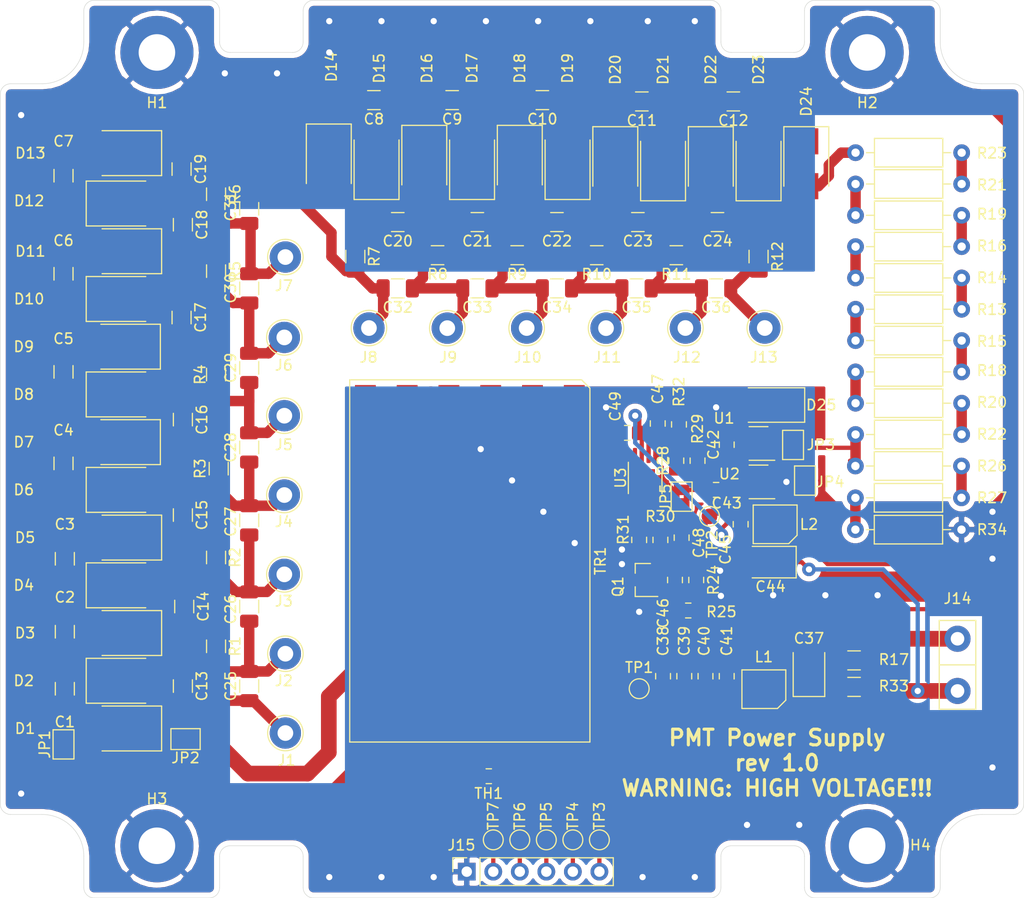
<source format=kicad_pcb>
(kicad_pcb (version 20171130) (host pcbnew "(5.1.6)-1")
  (layers (0 F.Cu signal hide) (31 B.Cu signal hide) (34 B.Paste user) (35 F.Paste user) (36 B.SilkS user hide) (37 F.SilkS user) (38 B.Mask user hide) (39 F.Mask user hide) (44 Edge.Cuts user))
  (net 0 "")
  (net 1 "Net-(C1-Pad1)")
  (net 2 "Net-(C2-Pad1)")
  (net 3 "Net-(C3-Pad1)")
  (net 4 "Net-(C4-Pad1)")
  (net 5 "Net-(C13-Pad2)")
  (net 6 "Net-(C7-Pad1)")
  (net 7 GND)
  (net 8 "Net-(C12-Pad1)")
  (net 9 "Net-(C10-Pad2)")
  (net 10 "Net-(C13-Pad1)")
  (net 11 "Net-(C14-Pad1)")
  (net 12 "Net-(C15-Pad1)")
  (net 13 "Net-(C16-Pad1)")
  (net 14 "Net-(C17-Pad1)")
  (net 15 "Net-(C18-Pad1)")
  (net 16 "Net-(C19-Pad1)")
  (net 17 "Net-(C20-Pad1)")
  (net 18 "Net-(C21-Pad1)")
  (net 19 "Net-(C22-Pad1)")
  (net 20 "Net-(C23-Pad1)")
  (net 21 "Net-(C24-Pad1)")
  (net 22 "Net-(C25-Pad1)")
  (net 23 "Net-(C26-Pad1)")
  (net 24 "Net-(C27-Pad1)")
  (net 25 "Net-(C28-Pad1)")
  (net 26 "Net-(C29-Pad1)")
  (net 27 "Net-(C30-Pad1)")
  (net 28 "Net-(C31-Pad1)")
  (net 29 "Net-(C32-Pad1)")
  (net 30 "Net-(C33-Pad1)")
  (net 31 "Net-(C34-Pad1)")
  (net 32 "Net-(C35-Pad1)")
  (net 33 "Net-(C36-Pad1)")
  (net 34 "Net-(C37-Pad1)")
  (net 35 "Net-(Q1-Pad3)")
  (net 36 "Net-(R16-Pad2)")
  (net 37 "Net-(R21-Pad2)")
  (net 38 "Net-(R26-Pad2)")
  (net 39 "Net-(R28-Pad2)")
  (net 40 "Net-(JP1-Pad1)")
  (net 41 /VCC_OPAMP)
  (net 42 "Net-(C1-Pad2)")
  (net 43 "Net-(J15-Pad5)")
  (net 44 "Net-(J15-Pad2)")
  (net 45 "Net-(TR1-Pad1)")
  (net 46 "Net-(C5-Pad1)")
  (net 47 "Net-(C6-Pad1)")
  (net 48 "Net-(C8-Pad1)")
  (net 49 "Net-(C10-Pad1)")
  (net 50 "Net-(C11-Pad1)")
  (net 51 "Net-(C38-Pad2)")
  (net 52 "Net-(C46-Pad1)")
  (net 53 "Net-(C47-Pad2)")
  (net 54 "Net-(C47-Pad1)")
  (net 55 "Net-(C48-Pad2)")
  (net 56 "Net-(R14-Pad2)")
  (net 57 "Net-(R15-Pad2)")
  (net 58 "Net-(R19-Pad2)")
  (net 59 "Net-(R20-Pad2)")
  (net 60 "Net-(JP3-Pad2)")
  (net 61 "Net-(JP5-Pad1)")
  (net 62 "Net-(R13-Pad2)")
  (net 63 "Net-(R13-Pad1)")
  (net 64 "Net-(R18-Pad2)")
  (net 65 "Net-(R28-Pad1)")
  (net 66 "Net-(R30-Pad1)")
  (net 67 "Net-(J15-Pad6)")
  (net 68 "Net-(C44-Pad1)")
  (net 69 "Net-(R27-Pad1)")
  (net 70 /V_DIVIDER)
  (module Diode_SMD:D_SMA (layer F.Cu) (at 134.62 112.776 180)
    (fp_text reference D25 (at -4.9845 0 180) (layer F.SilkS))
    (fp_text value 10V)
    (pad 2 smd rect (at 2 0 180) (size 2.5 1.8) (layers F.Cu F.Paste F.Mask) (net 7 GND))
    (pad 1 smd rect (at -2 0 180) (size 2.5 1.8) (layers F.Cu F.Paste F.Mask) (net 70 /V_DIVIDER))
  )
  (module Resistor_THT:R_Axial_DIN0207_L6.3mm_D2.5mm_P10.16mm_Horizontal (layer F.Cu) (at 142.875 124.714)
    (fp_text reference R34 (at 13.081 0) (layer F.SilkS))
    (fp_text value 10k)
    (pad 2 thru_hole oval (at 10.16 0) (size 1.6 1.6) (drill 0.8) (layers *.Cu *.Mask) (net 7 GND))
    (pad 1 thru_hole circle (at 0 0) (size 1.6 1.6) (drill 0.8) (layers *.Cu *.Mask) (net 69 "Net-(R27-Pad1)"))
  )
  (module Capacitor_SMD:C_0805_2012Metric_Pad1.15x1.40mm_HandSolder (layer F.Cu) (at 121.031 115.443)
    (fp_text reference C49 (at -1.143 -2.54 90) (layer F.SilkS))
    (fp_text value 100n)
    (pad 2 smd roundrect (at 1.025 0) (size 1.15 1.4) (layers F.Cu F.Paste F.Mask) (roundrect_rratio 0.217391) (net 41 /VCC_OPAMP))
    (pad 1 smd roundrect (at -1.025 0) (size 1.15 1.4) (layers F.Cu F.Paste F.Mask) (roundrect_rratio 0.217391) (net 7 GND))
  )
  (module Resistor_SMD:R_1206_3216Metric (layer F.Cu) (at 142.748 139.78 180)
    (fp_text reference R33 (at -3.81 0.08) (layer F.SilkS))
    (fp_text value 10k)
    (pad 2 smd roundrect (at 1.4 0 180) (size 1.25 1.75) (layers F.Cu F.Paste F.Mask) (roundrect_rratio 0.2) (net 34 "Net-(C37-Pad1)"))
    (pad 1 smd roundrect (at -1.4 0 180) (size 1.25 1.75) (layers F.Cu F.Paste F.Mask) (roundrect_rratio 0.2) (net 68 "Net-(C44-Pad1)"))
  )
  (module "HighVoltagePowerSupply:DG300-5.0-02P-12-00A(H)" (layer F.Cu) (at 152.654 137.668 90)
    (fp_text reference J14 (at 6.35 0 180) (layer F.SilkS))
    (fp_text value "power supply")
    (pad 2 thru_hole circle (at 2.5 0 90) (size 2.5 2.5) (drill 1.3) (layers *.Cu *.Mask) (net 7 GND))
    (pad 1 thru_hole circle (at -2.5 0 90) (size 2.5 2.5) (drill 1.3) (layers *.Cu *.Mask) (net 68 "Net-(C44-Pad1)"))
  )
  (module Capacitor_Tantalum_SMD:CP_EIA-3528-21_Kemet-B (layer F.Cu) (at 134.747 127.8255 180)
    (fp_text reference C44 (at 0 -2.35) (layer F.SilkS))
    (fp_text value 220u)
    (pad 2 smd roundrect (at 1.5375 0 180) (size 1.325 2.35) (layers F.Cu F.Paste F.Mask) (roundrect_rratio 0.188679) (net 7 GND))
    (pad 1 smd roundrect (at -1.5375 0 180) (size 1.325 2.35) (layers F.Cu F.Paste F.Mask) (roundrect_rratio 0.188679) (net 68 "Net-(C44-Pad1)"))
  )
  (module Capacitor_Tantalum_SMD:CP_EIA-3528-21_Kemet-B (layer F.Cu) (at 138.43 138.2425 90)
    (fp_text reference C37 (at 3.1145 0 180) (layer F.SilkS))
    (fp_text value 220u)
    (pad 2 smd roundrect (at 1.5375 0 90) (size 1.325 2.35) (layers F.Cu F.Paste F.Mask) (roundrect_rratio 0.188679) (net 7 GND))
    (pad 1 smd roundrect (at -1.5375 0 90) (size 1.325 2.35) (layers F.Cu F.Paste F.Mask) (roundrect_rratio 0.188679) (net 34 "Net-(C37-Pad1)"))
  )
  (module HighVoltagePowerSupply:GA3459-BL (layer F.Cu) (at 105.958 127.712 180)
    (fp_text reference TR1 (at -12.5 0 90) (layer F.SilkS))
    (fp_text value GA3459-BL)
    (pad 6 smd rect (at 10 15.475 180) (size 2 2.75) (layers F.Cu F.Paste F.Mask) (net 7 GND))
    (pad 7 smd rect (at 10 -15.475 180) (size 2 2.75) (layers F.Cu F.Paste F.Mask) (net 40 "Net-(JP1-Pad1)"))
    (pad 5 smd rect (at 6 15.475 180) (size 2 2.75) (layers F.Cu F.Paste F.Mask))
    (pad 8 smd rect (at 6 -15.475 180) (size 2 2.75) (layers F.Cu F.Paste F.Mask))
    (pad 4 smd rect (at 2 15.475 180) (size 2 2.75) (layers F.Cu F.Paste F.Mask) (net 45 "Net-(TR1-Pad1)"))
    (pad 9 smd rect (at 2 -15.475 180) (size 2 2.75) (layers F.Cu F.Paste F.Mask) (net 51 "Net-(C38-Pad2)"))
    (pad 3 smd rect (at -2 15.475 180) (size 2 2.75) (layers F.Cu F.Paste F.Mask) (net 45 "Net-(TR1-Pad1)"))
    (pad 10 smd rect (at -2 -15.475 180) (size 2 2.75) (layers F.Cu F.Paste F.Mask) (net 51 "Net-(C38-Pad2)"))
    (pad 2 smd rect (at -6 15.475 180) (size 2 2.75) (layers F.Cu F.Paste F.Mask) (net 45 "Net-(TR1-Pad1)"))
    (pad 11 smd rect (at -6 -15.475 180) (size 2 2.75) (layers F.Cu F.Paste F.Mask) (net 51 "Net-(C38-Pad2)"))
    (pad 1 smd rect (at -10 15.475 180) (size 2 2.75) (layers F.Cu F.Paste F.Mask) (net 45 "Net-(TR1-Pad1)"))
    (pad 12 smd rect (at -10 -15.475 180) (size 2 2.75) (layers F.Cu F.Paste F.Mask) (net 51 "Net-(C38-Pad2)"))
  )
  (module HighVoltagePowerSupply:DJNR3015-150 (layer F.Cu) (at 134.112 140 90)
    (fp_text reference L1 (at 3.094 0) (layer F.SilkS))
    (fp_text value 15u)
    (pad 1 smd rect (at 0 1.1 90) (size 2.7 1) (layers F.Cu F.Paste F.Mask) (net 34 "Net-(C37-Pad1)"))
    (pad 2 smd rect (at 0 -1.1 90) (size 2.7 1) (layers F.Cu F.Paste F.Mask) (net 51 "Net-(C38-Pad2)"))
  )
  (module HighVoltagePowerSupply:DJNR3015-150 (layer F.Cu) (at 135.1915 124.206 90)
    (fp_text reference L2 (at 0 3.2385) (layer F.SilkS))
    (fp_text value 15u)
    (pad 1 smd rect (at 0 1.1 90) (size 2.7 1) (layers F.Cu F.Paste F.Mask) (net 68 "Net-(C44-Pad1)"))
    (pad 2 smd rect (at 0 -1.1 90) (size 2.7 1) (layers F.Cu F.Paste F.Mask) (net 41 /VCC_OPAMP))
  )
  (module Resistor_SMD:R_1206_3216Metric (layer F.Cu) (at 142.748 137.24 180)
    (fp_text reference R17 (at -3.81 0.08) (layer F.SilkS))
    (fp_text value 10k)
    (pad 2 smd roundrect (at 1.4 0 180) (size 1.25 1.75) (layers F.Cu F.Paste F.Mask) (roundrect_rratio 0.2) (net 34 "Net-(C37-Pad1)"))
    (pad 1 smd roundrect (at -1.4 0 180) (size 1.25 1.75) (layers F.Cu F.Paste F.Mask) (roundrect_rratio 0.2) (net 68 "Net-(C44-Pad1)"))
  )
  (module TestPoint:TestPoint_Pad_D1.5mm (layer F.Cu) (at 108.204 154.432)
    (fp_text reference TP7 (at 0 -2.286 90) (layer F.SilkS))
    (fp_text value TEMP_MONITOR)
    (pad 1 smd circle (at 0 0) (size 1.5 1.5) (layers F.Cu F.Mask) (net 44 "Net-(J15-Pad2)"))
  )
  (module TestPoint:TestPoint_Pad_D1.5mm (layer F.Cu) (at 110.744 154.432)
    (fp_text reference TP6 (at 0 -2.286 90) (layer F.SilkS))
    (fp_text value IN_CURRENT_MONITOR_2)
    (pad 1 smd circle (at 0 0) (size 1.5 1.5) (layers F.Cu F.Mask) (net 34 "Net-(C37-Pad1)"))
  )
  (module TestPoint:TestPoint_Pad_D1.5mm (layer F.Cu) (at 113.284 154.432)
    (fp_text reference TP5 (at 0 -2.286 90) (layer F.SilkS))
    (fp_text value IN_CURRENT_MONITOR_1)
    (pad 1 smd circle (at 0 0) (size 1.5 1.5) (layers F.Cu F.Mask) (net 68 "Net-(C44-Pad1)"))
  )
  (module TestPoint:TestPoint_Pad_D1.5mm (layer F.Cu) (at 115.824 154.432)
    (fp_text reference TP4 (at 0 -2.286 90) (layer F.SilkS))
    (fp_text value ENABLE)
    (pad 1 smd circle (at 0 0) (size 1.5 1.5) (layers F.Cu F.Mask) (net 43 "Net-(J15-Pad5)"))
  )
  (module TestPoint:TestPoint_Pad_D1.5mm (layer F.Cu) (at 128.905 123.444 90)
    (fp_text reference TP2 (at -2.667 0.254 90) (layer F.SilkS))
    (fp_text value TestPoint)
    (pad 1 smd circle (at 0 0 90) (size 1.5 1.5) (layers F.Cu F.Mask) (net 41 /VCC_OPAMP))
  )
  (module TestPoint:TestPoint_Pad_D1.5mm (layer F.Cu) (at 122.174 139.954 90)
    (fp_text reference TP1 (at 2.032 0 180) (layer F.SilkS))
    (fp_text value TestPoint)
    (pad 1 smd circle (at 0 0 90) (size 1.5 1.5) (layers F.Cu F.Mask) (net 51 "Net-(C38-Pad2)"))
  )
  (module TestPoint:TestPoint_Pad_D1.5mm (layer F.Cu) (at 118.364 154.432)
    (fp_text reference TP3 (at 0 -2.286 90) (layer F.SilkS))
    (fp_text value HV_MONITOR)
    (pad 1 smd circle (at 0 0) (size 1.5 1.5) (layers F.Cu F.Mask) (net 67 "Net-(J15-Pad6)"))
  )
  (module Jumper:SolderJumper-2_P1.3mm_Bridged2Bar_Pad1.0x1.5mm (layer F.Cu) (at 78.74 144.78 180)
    (fp_text reference JP2 (at 0 -1.8) (layer F.SilkS))
    (fp_text value Jumper_NC_Small)
    (fp_poly (pts (xy -0.25 -0.6) (xy 0.25 -0.6) (xy 0.25 -0.2) (xy -0.25 -0.2)) (layer F.Cu) (width 0))
    (fp_poly (pts (xy -0.25 0.2) (xy 0.25 0.2) (xy 0.25 0.6) (xy -0.25 0.6)) (layer F.Cu) (width 0))
    (pad 2 smd rect (at 0.65 0 180) (size 1 1.5) (layers F.Cu F.Mask) (net 5 "Net-(C13-Pad2)"))
    (pad 1 smd rect (at -0.65 0 180) (size 1 1.5) (layers F.Cu F.Mask) (net 7 GND))
  )
  (module Jumper:SolderJumper-2_P1.3mm_Bridged2Bar_Pad1.0x1.5mm (layer F.Cu) (at 67.056 145.288 90)
    (fp_text reference JP1 (at 0 -1.8 90) (layer F.SilkS))
    (fp_text value Jumper_NC_Small)
    (fp_poly (pts (xy -0.25 -0.6) (xy 0.25 -0.6) (xy 0.25 -0.2) (xy -0.25 -0.2)) (layer F.Cu) (width 0))
    (fp_poly (pts (xy -0.25 0.2) (xy 0.25 0.2) (xy 0.25 0.6) (xy -0.25 0.6)) (layer F.Cu) (width 0))
    (pad 2 smd rect (at 0.65 0 90) (size 1 1.5) (layers F.Cu F.Mask) (net 42 "Net-(C1-Pad2)"))
    (pad 1 smd rect (at -0.65 0 90) (size 1 1.5) (layers F.Cu F.Mask) (net 40 "Net-(JP1-Pad1)"))
  )
  (module Resistor_SMD:R_1206_3216Metric (layer F.Cu) (at 133.604 98.552 270)
    (fp_text reference R12 (at 0 -1.82 90) (layer F.SilkS))
    (fp_text value 150k)
    (pad 2 smd roundrect (at 1.4 0 270) (size 1.25 1.75) (layers F.Cu F.Paste F.Mask) (roundrect_rratio 0.2) (net 33 "Net-(C36-Pad1)"))
    (pad 1 smd roundrect (at -1.4 0 270) (size 1.25 1.75) (layers F.Cu F.Paste F.Mask) (roundrect_rratio 0.2) (net 21 "Net-(C24-Pad1)"))
  )
  (module Resistor_SMD:R_1206_3216Metric (layer F.Cu) (at 125.73 98.425 180)
    (fp_text reference R11 (at 0 -1.82) (layer F.SilkS))
    (fp_text value 150k)
    (pad 2 smd roundrect (at 1.4 0 180) (size 1.25 1.75) (layers F.Cu F.Paste F.Mask) (roundrect_rratio 0.2) (net 32 "Net-(C35-Pad1)"))
    (pad 1 smd roundrect (at -1.4 0 180) (size 1.25 1.75) (layers F.Cu F.Paste F.Mask) (roundrect_rratio 0.2) (net 20 "Net-(C23-Pad1)"))
  )
  (module Resistor_SMD:R_1206_3216Metric (layer F.Cu) (at 118.11 98.425 180)
    (fp_text reference R10 (at 0 -1.82) (layer F.SilkS))
    (fp_text value 150k)
    (pad 2 smd roundrect (at 1.4 0 180) (size 1.25 1.75) (layers F.Cu F.Paste F.Mask) (roundrect_rratio 0.2) (net 31 "Net-(C34-Pad1)"))
    (pad 1 smd roundrect (at -1.4 0 180) (size 1.25 1.75) (layers F.Cu F.Paste F.Mask) (roundrect_rratio 0.2) (net 19 "Net-(C22-Pad1)"))
  )
  (module Resistor_SMD:R_1206_3216Metric (layer F.Cu) (at 110.49 98.425 180)
    (fp_text reference R9 (at 0 -1.82) (layer F.SilkS))
    (fp_text value 150k)
    (pad 2 smd roundrect (at 1.4 0 180) (size 1.25 1.75) (layers F.Cu F.Paste F.Mask) (roundrect_rratio 0.2) (net 30 "Net-(C33-Pad1)"))
    (pad 1 smd roundrect (at -1.4 0 180) (size 1.25 1.75) (layers F.Cu F.Paste F.Mask) (roundrect_rratio 0.2) (net 18 "Net-(C21-Pad1)"))
  )
  (module Resistor_SMD:R_1206_3216Metric (layer F.Cu) (at 102.87 98.425 180)
    (fp_text reference R8 (at 0 -1.82) (layer F.SilkS))
    (fp_text value 150k)
    (pad 2 smd roundrect (at 1.4 0 180) (size 1.25 1.75) (layers F.Cu F.Paste F.Mask) (roundrect_rratio 0.2) (net 29 "Net-(C32-Pad1)"))
    (pad 1 smd roundrect (at -1.4 0 180) (size 1.25 1.75) (layers F.Cu F.Paste F.Mask) (roundrect_rratio 0.2) (net 17 "Net-(C20-Pad1)"))
  )
  (module Resistor_SMD:R_1206_3216Metric (layer F.Cu) (at 94.996 98.552 270)
    (fp_text reference R7 (at 0 -1.82 90) (layer F.SilkS))
    (fp_text value 150k)
    (pad 2 smd roundrect (at 1.4 0 270) (size 1.25 1.75) (layers F.Cu F.Paste F.Mask) (roundrect_rratio 0.2) (net 28 "Net-(C31-Pad1)"))
    (pad 1 smd roundrect (at -1.4 0 270) (size 1.25 1.75) (layers F.Cu F.Paste F.Mask) (roundrect_rratio 0.2) (net 16 "Net-(C19-Pad1)"))
  )
  (module Resistor_SMD:R_1206_3216Metric (layer F.Cu) (at 81.661 92.583 270)
    (fp_text reference R6 (at 0 -1.82 90) (layer F.SilkS))
    (fp_text value 150k)
    (pad 2 smd roundrect (at 1.4 0 270) (size 1.25 1.75) (layers F.Cu F.Paste F.Mask) (roundrect_rratio 0.2) (net 27 "Net-(C30-Pad1)"))
    (pad 1 smd roundrect (at -1.4 0 270) (size 1.25 1.75) (layers F.Cu F.Paste F.Mask) (roundrect_rratio 0.2) (net 15 "Net-(C18-Pad1)"))
  )
  (module Resistor_SMD:R_1206_3216Metric (layer F.Cu) (at 81.661 99.949 270)
    (fp_text reference R5 (at 0 -1.82 90) (layer F.SilkS))
    (fp_text value 150k)
    (pad 2 smd roundrect (at 1.4 0 270) (size 1.25 1.75) (layers F.Cu F.Paste F.Mask) (roundrect_rratio 0.2) (net 26 "Net-(C29-Pad1)"))
    (pad 1 smd roundrect (at -1.4 0 270) (size 1.25 1.75) (layers F.Cu F.Paste F.Mask) (roundrect_rratio 0.2) (net 14 "Net-(C17-Pad1)"))
  )
  (module Resistor_SMD:R_1206_3216Metric (layer F.Cu) (at 81.661 109.855 270)
    (fp_text reference R4 (at 0 1.524 90) (layer F.SilkS))
    (fp_text value 150k)
    (pad 2 smd roundrect (at 1.4 0 270) (size 1.25 1.75) (layers F.Cu F.Paste F.Mask) (roundrect_rratio 0.2) (net 25 "Net-(C28-Pad1)"))
    (pad 1 smd roundrect (at -1.4 0 270) (size 1.25 1.75) (layers F.Cu F.Paste F.Mask) (roundrect_rratio 0.2) (net 13 "Net-(C16-Pad1)"))
  )
  (module Resistor_SMD:R_1206_3216Metric (layer F.Cu) (at 81.915 118.872 270)
    (fp_text reference R3 (at 0 1.778 90) (layer F.SilkS))
    (fp_text value 150k)
    (pad 2 smd roundrect (at 1.4 0 270) (size 1.25 1.75) (layers F.Cu F.Paste F.Mask) (roundrect_rratio 0.2) (net 24 "Net-(C27-Pad1)"))
    (pad 1 smd roundrect (at -1.4 0 270) (size 1.25 1.75) (layers F.Cu F.Paste F.Mask) (roundrect_rratio 0.2) (net 12 "Net-(C15-Pad1)"))
  )
  (module Resistor_SMD:R_1206_3216Metric (layer F.Cu) (at 81.661 127.381 270)
    (fp_text reference R2 (at 0 -1.82 90) (layer F.SilkS))
    (fp_text value 150k)
    (pad 2 smd roundrect (at 1.4 0 270) (size 1.25 1.75) (layers F.Cu F.Paste F.Mask) (roundrect_rratio 0.2) (net 23 "Net-(C26-Pad1)"))
    (pad 1 smd roundrect (at -1.4 0 270) (size 1.25 1.75) (layers F.Cu F.Paste F.Mask) (roundrect_rratio 0.2) (net 11 "Net-(C14-Pad1)"))
  )
  (module Resistor_SMD:R_1206_3216Metric (layer F.Cu) (at 81.661 135.89 270)
    (fp_text reference R1 (at 0 -1.82 90) (layer F.SilkS))
    (fp_text value 150k)
    (pad 2 smd roundrect (at 1.4 0 270) (size 1.25 1.75) (layers F.Cu F.Paste F.Mask) (roundrect_rratio 0.2) (net 22 "Net-(C25-Pad1)"))
    (pad 1 smd roundrect (at -1.4 0 270) (size 1.25 1.75) (layers F.Cu F.Paste F.Mask) (roundrect_rratio 0.2) (net 10 "Net-(C13-Pad1)"))
  )
  (module MountingHole:MountingHole_3.5mm_Pad (layer F.Cu) (at 144 155)
    (fp_text reference H4 (at 5.098 -0.06) (layer F.SilkS))
    (fp_text value MountingHole_Pad)
    (pad 1 thru_hole circle (at 0 0) (size 7 7) (drill 3.5) (layers *.Cu *.Mask) (net 7 GND))
  )
  (module MountingHole:MountingHole_3.5mm_Pad (layer F.Cu) (at 76 155)
    (fp_text reference H3 (at 0 -4.5) (layer F.SilkS))
    (fp_text value MountingHole_Pad)
    (pad 1 thru_hole circle (at 0 0) (size 7 7) (drill 3.5) (layers *.Cu *.Mask) (net 7 GND))
  )
  (module MountingHole:MountingHole_3.5mm_Pad (layer F.Cu) (at 144 79)
    (fp_text reference H2 (at 0.018 4.82) (layer F.SilkS))
    (fp_text value MountingHole_Pad)
    (pad 1 thru_hole circle (at 0 0) (size 7 7) (drill 3.5) (layers *.Cu *.Mask) (net 7 GND))
  )
  (module MountingHole:MountingHole_3.5mm_Pad (layer F.Cu) (at 76 79)
    (fp_text reference H1 (at 0 4.82) (layer F.SilkS))
    (fp_text value MountingHole_Pad)
    (pad 1 thru_hole circle (at 0 0) (size 7 7) (drill 3.5) (layers *.Cu *.Mask) (net 7 GND))
  )
  (module Capacitor_SMD:C_1206_3216Metric (layer F.Cu) (at 99.06 95.25 180)
    (fp_text reference C20 (at 0 -1.82) (layer F.SilkS))
    (fp_text value 100p)
    (pad 2 smd roundrect (at 1.4 0 180) (size 1.25 1.75) (layers F.Cu F.Paste F.Mask) (roundrect_rratio 0.2) (net 16 "Net-(C19-Pad1)"))
    (pad 1 smd roundrect (at -1.4 0 180) (size 1.25 1.75) (layers F.Cu F.Paste F.Mask) (roundrect_rratio 0.2) (net 17 "Net-(C20-Pad1)"))
  )
  (module Capacitor_SMD:C_1206_3216Metric (layer F.Cu) (at 114.3 101.6 180)
    (fp_text reference C34 (at 0 -1.82) (layer F.SilkS))
    (fp_text value 100p)
    (pad 2 smd roundrect (at 1.4 0 180) (size 1.25 1.75) (layers F.Cu F.Paste F.Mask) (roundrect_rratio 0.2) (net 30 "Net-(C33-Pad1)"))
    (pad 1 smd roundrect (at -1.4 0 180) (size 1.25 1.75) (layers F.Cu F.Paste F.Mask) (roundrect_rratio 0.2) (net 31 "Net-(C34-Pad1)"))
  )
  (module Capacitor_SMD:C_1206_3216Metric (layer F.Cu) (at 99.06 101.6 180)
    (fp_text reference C32 (at 0 -1.82) (layer F.SilkS))
    (fp_text value 100p)
    (pad 2 smd roundrect (at 1.4 0 180) (size 1.25 1.75) (layers F.Cu F.Paste F.Mask) (roundrect_rratio 0.2) (net 28 "Net-(C31-Pad1)"))
    (pad 1 smd roundrect (at -1.4 0 180) (size 1.25 1.75) (layers F.Cu F.Paste F.Mask) (roundrect_rratio 0.2) (net 29 "Net-(C32-Pad1)"))
  )
  (module Capacitor_SMD:C_1206_3216Metric (layer F.Cu) (at 112.903 83.566 180)
    (fp_text reference C10 (at 0 -1.82) (layer F.SilkS))
    (fp_text value 100p)
    (pad 2 smd roundrect (at 1.4 0 180) (size 1.25 1.75) (layers F.Cu F.Paste F.Mask) (roundrect_rratio 0.2) (net 9 "Net-(C10-Pad2)"))
    (pad 1 smd roundrect (at -1.4 0 180) (size 1.25 1.75) (layers F.Cu F.Paste F.Mask) (roundrect_rratio 0.2) (net 49 "Net-(C10-Pad1)"))
  )
  (module Capacitor_SMD:C_1206_3216Metric (layer F.Cu) (at 78.359 90.173 270)
    (fp_text reference C19 (at 0 -1.82 90) (layer F.SilkS))
    (fp_text value 100p)
    (pad 2 smd roundrect (at 1.4 0 270) (size 1.25 1.75) (layers F.Cu F.Paste F.Mask) (roundrect_rratio 0.2) (net 15 "Net-(C18-Pad1)"))
    (pad 1 smd roundrect (at -1.4 0 270) (size 1.25 1.75) (layers F.Cu F.Paste F.Mask) (roundrect_rratio 0.2) (net 16 "Net-(C19-Pad1)"))
  )
  (module Capacitor_SMD:C_1206_3216Metric (layer F.Cu) (at 84.836 93.98 270)
    (fp_text reference C31 (at -0.254 1.778 90) (layer F.SilkS))
    (fp_text value 100p)
    (pad 2 smd roundrect (at 1.4 0 270) (size 1.25 1.75) (layers F.Cu F.Paste F.Mask) (roundrect_rratio 0.2) (net 27 "Net-(C30-Pad1)"))
    (pad 1 smd roundrect (at -1.4 0 270) (size 1.25 1.75) (layers F.Cu F.Paste F.Mask) (roundrect_rratio 0.2) (net 28 "Net-(C31-Pad1)"))
  )
  (module Capacitor_SMD:C_1206_3216Metric (layer F.Cu) (at 78.486 95.504 270)
    (fp_text reference C18 (at 0 -1.82 90) (layer F.SilkS))
    (fp_text value 100p)
    (pad 2 smd roundrect (at 1.4 0 270) (size 1.25 1.75) (layers F.Cu F.Paste F.Mask) (roundrect_rratio 0.2) (net 14 "Net-(C17-Pad1)"))
    (pad 1 smd roundrect (at -1.4 0 270) (size 1.25 1.75) (layers F.Cu F.Paste F.Mask) (roundrect_rratio 0.2) (net 15 "Net-(C18-Pad1)"))
  )
  (module Capacitor_SMD:C_1206_3216Metric (layer F.Cu) (at 106.68 101.6 180)
    (fp_text reference C33 (at 0 -1.82) (layer F.SilkS))
    (fp_text value 100p)
    (pad 2 smd roundrect (at 1.4 0 180) (size 1.25 1.75) (layers F.Cu F.Paste F.Mask) (roundrect_rratio 0.2) (net 29 "Net-(C32-Pad1)"))
    (pad 1 smd roundrect (at -1.4 0 180) (size 1.25 1.75) (layers F.Cu F.Paste F.Mask) (roundrect_rratio 0.2) (net 30 "Net-(C33-Pad1)"))
  )
  (module Capacitor_SMD:C_1206_3216Metric (layer F.Cu) (at 67.056 90.808 270)
    (fp_text reference C7 (at -3.302 0 180) (layer F.SilkS))
    (fp_text value 100p)
    (pad 2 smd roundrect (at 1.4 0 270) (size 1.25 1.75) (layers F.Cu F.Paste F.Mask) (roundrect_rratio 0.2) (net 47 "Net-(C6-Pad1)"))
    (pad 1 smd roundrect (at -1.4 0 270) (size 1.25 1.75) (layers F.Cu F.Paste F.Mask) (roundrect_rratio 0.2) (net 6 "Net-(C7-Pad1)"))
  )
  (module Capacitor_SMD:C_1206_3216Metric (layer F.Cu) (at 96.774 83.566 180)
    (fp_text reference C8 (at 0 -1.82) (layer F.SilkS))
    (fp_text value 100p)
    (pad 2 smd roundrect (at 1.4 0 180) (size 1.25 1.75) (layers F.Cu F.Paste F.Mask) (roundrect_rratio 0.2) (net 6 "Net-(C7-Pad1)"))
    (pad 1 smd roundrect (at -1.4 0 180) (size 1.25 1.75) (layers F.Cu F.Paste F.Mask) (roundrect_rratio 0.2) (net 48 "Net-(C8-Pad1)"))
  )
  (module Capacitor_SMD:C_1206_3216Metric (layer F.Cu) (at 67.056 100.203 270)
    (fp_text reference C6 (at -3.178 0 180) (layer F.SilkS))
    (fp_text value 100p)
    (pad 2 smd roundrect (at 1.4 0 270) (size 1.25 1.75) (layers F.Cu F.Paste F.Mask) (roundrect_rratio 0.2) (net 46 "Net-(C5-Pad1)"))
    (pad 1 smd roundrect (at -1.4 0 270) (size 1.25 1.75) (layers F.Cu F.Paste F.Mask) (roundrect_rratio 0.2) (net 47 "Net-(C6-Pad1)"))
  )
  (module Capacitor_SMD:C_1206_3216Metric (layer F.Cu) (at 106.68 95.25 180)
    (fp_text reference C21 (at 0 -1.82) (layer F.SilkS))
    (fp_text value 100p)
    (pad 2 smd roundrect (at 1.4 0 180) (size 1.25 1.75) (layers F.Cu F.Paste F.Mask) (roundrect_rratio 0.2) (net 17 "Net-(C20-Pad1)"))
    (pad 1 smd roundrect (at -1.4 0 180) (size 1.25 1.75) (layers F.Cu F.Paste F.Mask) (roundrect_rratio 0.2) (net 18 "Net-(C21-Pad1)"))
  )
  (module Capacitor_SMD:C_1206_3216Metric (layer F.Cu) (at 84.836 109.22 270)
    (fp_text reference C29 (at 0 1.778 90) (layer F.SilkS))
    (fp_text value 100p)
    (pad 2 smd roundrect (at 1.4 0 270) (size 1.25 1.75) (layers F.Cu F.Paste F.Mask) (roundrect_rratio 0.2) (net 25 "Net-(C28-Pad1)"))
    (pad 1 smd roundrect (at -1.4 0 270) (size 1.25 1.75) (layers F.Cu F.Paste F.Mask) (roundrect_rratio 0.2) (net 26 "Net-(C29-Pad1)"))
  )
  (module Capacitor_SMD:C_1206_3216Metric (layer F.Cu) (at 114.3 95.25 180)
    (fp_text reference C22 (at 0 -1.82) (layer F.SilkS))
    (fp_text value 100p)
    (pad 2 smd roundrect (at 1.4 0 180) (size 1.25 1.75) (layers F.Cu F.Paste F.Mask) (roundrect_rratio 0.2) (net 18 "Net-(C21-Pad1)"))
    (pad 1 smd roundrect (at -1.4 0 180) (size 1.25 1.75) (layers F.Cu F.Paste F.Mask) (roundrect_rratio 0.2) (net 19 "Net-(C22-Pad1)"))
  )
  (module Capacitor_SMD:C_1206_3216Metric (layer F.Cu) (at 84.836 101.6 270)
    (fp_text reference C30 (at 0 1.778 90) (layer F.SilkS))
    (fp_text value 100p)
    (pad 2 smd roundrect (at 1.4 0 270) (size 1.25 1.75) (layers F.Cu F.Paste F.Mask) (roundrect_rratio 0.2) (net 26 "Net-(C29-Pad1)"))
    (pad 1 smd roundrect (at -1.4 0 270) (size 1.25 1.75) (layers F.Cu F.Paste F.Mask) (roundrect_rratio 0.2) (net 27 "Net-(C30-Pad1)"))
  )
  (module Capacitor_SMD:C_1206_3216Metric (layer F.Cu) (at 78.359 104.394 270)
    (fp_text reference C17 (at 0 -1.82 90) (layer F.SilkS))
    (fp_text value 100p)
    (pad 2 smd roundrect (at 1.4 0 270) (size 1.25 1.75) (layers F.Cu F.Paste F.Mask) (roundrect_rratio 0.2) (net 13 "Net-(C16-Pad1)"))
    (pad 1 smd roundrect (at -1.4 0 270) (size 1.25 1.75) (layers F.Cu F.Paste F.Mask) (roundrect_rratio 0.2) (net 14 "Net-(C17-Pad1)"))
  )
  (module Capacitor_SMD:C_1206_3216Metric (layer F.Cu) (at 104.267 83.566 180)
    (fp_text reference C9 (at 0 -1.82) (layer F.SilkS))
    (fp_text value 100p)
    (pad 2 smd roundrect (at 1.4 0 180) (size 1.25 1.75) (layers F.Cu F.Paste F.Mask) (roundrect_rratio 0.2) (net 48 "Net-(C8-Pad1)"))
    (pad 1 smd roundrect (at -1.4 0 180) (size 1.25 1.75) (layers F.Cu F.Paste F.Mask) (roundrect_rratio 0.2) (net 9 "Net-(C10-Pad2)"))
  )
  (module Capacitor_SMD:C_1206_3216Metric (layer F.Cu) (at 67.056 109.601 270)
    (fp_text reference C5 (at -3.178 0 180) (layer F.SilkS))
    (fp_text value 100p)
    (pad 2 smd roundrect (at 1.4 0 270) (size 1.25 1.75) (layers F.Cu F.Paste F.Mask) (roundrect_rratio 0.2) (net 4 "Net-(C4-Pad1)"))
    (pad 1 smd roundrect (at -1.4 0 270) (size 1.25 1.75) (layers F.Cu F.Paste F.Mask) (roundrect_rratio 0.2) (net 46 "Net-(C5-Pad1)"))
  )
  (module Capacitor_SMD:C_1206_3216Metric (layer F.Cu) (at 78.486 139.7 270)
    (fp_text reference C13 (at 0 -1.82 90) (layer F.SilkS))
    (fp_text value 100p)
    (pad 2 smd roundrect (at 1.4 0 270) (size 1.25 1.75) (layers F.Cu F.Paste F.Mask) (roundrect_rratio 0.2) (net 5 "Net-(C13-Pad2)"))
    (pad 1 smd roundrect (at -1.4 0 270) (size 1.25 1.75) (layers F.Cu F.Paste F.Mask) (roundrect_rratio 0.2) (net 10 "Net-(C13-Pad1)"))
  )
  (module Diode_SMD:D_SMB (layer F.Cu) (at 133.604 89.662 90)
    (fp_text reference D23 (at 9.017 0 90) (layer F.SilkS))
    (fp_text value SS220)
    (pad 2 smd rect (at 2.15 0 90) (size 2.5 2.3) (layers F.Cu F.Paste F.Mask) (net 8 "Net-(C12-Pad1)"))
    (pad 1 smd rect (at -2.15 0 90) (size 2.5 2.3) (layers F.Cu F.Paste F.Mask) (net 20 "Net-(C23-Pad1)"))
  )
  (module Diode_SMD:D_SMB (layer F.Cu) (at 124.46 89.662 90)
    (fp_text reference D21 (at 9.017 0 90) (layer F.SilkS))
    (fp_text value SS220)
    (pad 2 smd rect (at 2.15 0 90) (size 2.5 2.3) (layers F.Cu F.Paste F.Mask) (net 50 "Net-(C11-Pad1)"))
    (pad 1 smd rect (at -2.15 0 90) (size 2.5 2.3) (layers F.Cu F.Paste F.Mask) (net 19 "Net-(C22-Pad1)"))
  )
  (module Capacitor_SMD:C_1206_3216Metric (layer F.Cu) (at 67.056 118.367 270)
    (fp_text reference C4 (at -3.178 0 180) (layer F.SilkS))
    (fp_text value 100p)
    (pad 2 smd roundrect (at 1.4 0 270) (size 1.25 1.75) (layers F.Cu F.Paste F.Mask) (roundrect_rratio 0.2) (net 3 "Net-(C3-Pad1)"))
    (pad 1 smd roundrect (at -1.4 0 270) (size 1.25 1.75) (layers F.Cu F.Paste F.Mask) (roundrect_rratio 0.2) (net 4 "Net-(C4-Pad1)"))
  )
  (module Capacitor_SMD:C_1206_3216Metric (layer F.Cu) (at 67.183 127.505 270)
    (fp_text reference C3 (at -3.302 0 180) (layer F.SilkS))
    (fp_text value 100p)
    (pad 2 smd roundrect (at 1.4 0 270) (size 1.25 1.75) (layers F.Cu F.Paste F.Mask) (roundrect_rratio 0.2) (net 2 "Net-(C2-Pad1)"))
    (pad 1 smd roundrect (at -1.4 0 270) (size 1.25 1.75) (layers F.Cu F.Paste F.Mask) (roundrect_rratio 0.2) (net 3 "Net-(C3-Pad1)"))
  )
  (module Capacitor_SMD:C_1206_3216Metric (layer F.Cu) (at 78.613 132.08 270)
    (fp_text reference C14 (at 0 -1.82 90) (layer F.SilkS))
    (fp_text value 100p)
    (pad 2 smd roundrect (at 1.4 0 270) (size 1.25 1.75) (layers F.Cu F.Paste F.Mask) (roundrect_rratio 0.2) (net 10 "Net-(C13-Pad1)"))
    (pad 1 smd roundrect (at -1.4 0 270) (size 1.25 1.75) (layers F.Cu F.Paste F.Mask) (roundrect_rratio 0.2) (net 11 "Net-(C14-Pad1)"))
  )
  (module Capacitor_SMD:C_1206_3216Metric (layer F.Cu) (at 84.836 139.7 270)
    (fp_text reference C25 (at 0 1.778 90) (layer F.SilkS))
    (fp_text value 100p)
    (pad 2 smd roundrect (at 1.4 0 270) (size 1.25 1.75) (layers F.Cu F.Paste F.Mask) (roundrect_rratio 0.2) (net 5 "Net-(C13-Pad2)"))
    (pad 1 smd roundrect (at -1.4 0 270) (size 1.25 1.75) (layers F.Cu F.Paste F.Mask) (roundrect_rratio 0.2) (net 22 "Net-(C25-Pad1)"))
  )
  (module Capacitor_SMD:C_1206_3216Metric (layer F.Cu) (at 67.183 139.957 270)
    (fp_text reference C1 (at 3.175 0 180) (layer F.SilkS))
    (fp_text value 100p)
    (pad 2 smd roundrect (at 1.4 0 270) (size 1.25 1.75) (layers F.Cu F.Paste F.Mask) (roundrect_rratio 0.2) (net 42 "Net-(C1-Pad2)"))
    (pad 1 smd roundrect (at -1.4 0 270) (size 1.25 1.75) (layers F.Cu F.Paste F.Mask) (roundrect_rratio 0.2) (net 1 "Net-(C1-Pad1)"))
  )
  (module Diode_SMD:D_SMB (layer F.Cu) (at 138.176 89.662 270)
    (fp_text reference D24 (at -5.969 0 90) (layer F.SilkS))
    (fp_text value SS220)
    (pad 2 smd rect (at 2.15 0 270) (size 2.5 2.3) (layers F.Cu F.Paste F.Mask) (net 21 "Net-(C24-Pad1)"))
    (pad 1 smd rect (at -2.15 0 270) (size 2.5 2.3) (layers F.Cu F.Paste F.Mask) (net 8 "Net-(C12-Pad1)"))
  )
  (module Diode_SMD:D_SMB (layer F.Cu) (at 129.032 89.662 270)
    (fp_text reference D22 (at -9.017 0 90) (layer F.SilkS))
    (fp_text value SS220)
    (pad 2 smd rect (at 2.15 0 270) (size 2.5 2.3) (layers F.Cu F.Paste F.Mask) (net 20 "Net-(C23-Pad1)"))
    (pad 1 smd rect (at -2.15 0 270) (size 2.5 2.3) (layers F.Cu F.Paste F.Mask) (net 50 "Net-(C11-Pad1)"))
  )
  (module Diode_SMD:D_SMB (layer F.Cu) (at 119.888 89.662 270)
    (fp_text reference D20 (at -9.017 0 90) (layer F.SilkS))
    (fp_text value SS220)
    (pad 2 smd rect (at 2.15 0 270) (size 2.5 2.3) (layers F.Cu F.Paste F.Mask) (net 19 "Net-(C22-Pad1)"))
    (pad 1 smd rect (at -2.15 0 270) (size 2.5 2.3) (layers F.Cu F.Paste F.Mask) (net 49 "Net-(C10-Pad1)"))
  )
  (module Capacitor_SMD:C_1206_3216Metric (layer F.Cu) (at 67.183 134.493 270)
    (fp_text reference C2 (at -3.302 0 180) (layer F.SilkS))
    (fp_text value 100p)
    (pad 2 smd roundrect (at 1.4 0 270) (size 1.25 1.75) (layers F.Cu F.Paste F.Mask) (roundrect_rratio 0.2) (net 1 "Net-(C1-Pad1)"))
    (pad 1 smd roundrect (at -1.4 0 270) (size 1.25 1.75) (layers F.Cu F.Paste F.Mask) (roundrect_rratio 0.2) (net 2 "Net-(C2-Pad1)"))
  )
  (module Capacitor_SMD:C_1206_3216Metric (layer F.Cu) (at 84.836 116.84 270)
    (fp_text reference C28 (at 0 1.778 90) (layer F.SilkS))
    (fp_text value 100p)
    (pad 2 smd roundrect (at 1.4 0 270) (size 1.25 1.75) (layers F.Cu F.Paste F.Mask) (roundrect_rratio 0.2) (net 24 "Net-(C27-Pad1)"))
    (pad 1 smd roundrect (at -1.4 0 270) (size 1.25 1.75) (layers F.Cu F.Paste F.Mask) (roundrect_rratio 0.2) (net 25 "Net-(C28-Pad1)"))
  )
  (module Diode_SMD:D_SMB (layer F.Cu) (at 115.316 89.535 90)
    (fp_text reference D19 (at 9.017 0 90) (layer F.SilkS))
    (fp_text value SS220)
    (pad 2 smd rect (at 2.15 0 90) (size 2.5 2.3) (layers F.Cu F.Paste F.Mask) (net 49 "Net-(C10-Pad1)"))
    (pad 1 smd rect (at -2.15 0 90) (size 2.5 2.3) (layers F.Cu F.Paste F.Mask) (net 18 "Net-(C21-Pad1)"))
  )
  (module Capacitor_SMD:C_1206_3216Metric (layer F.Cu) (at 78.486 114.173 270)
    (fp_text reference C16 (at 0 -1.82 90) (layer F.SilkS))
    (fp_text value 100p)
    (pad 2 smd roundrect (at 1.4 0 270) (size 1.25 1.75) (layers F.Cu F.Paste F.Mask) (roundrect_rratio 0.2) (net 12 "Net-(C15-Pad1)"))
    (pad 1 smd roundrect (at -1.4 0 270) (size 1.25 1.75) (layers F.Cu F.Paste F.Mask) (roundrect_rratio 0.2) (net 13 "Net-(C16-Pad1)"))
  )
  (module Capacitor_SMD:C_1206_3216Metric (layer F.Cu) (at 84.836 123.825 270)
    (fp_text reference C27 (at 0.127 1.778 90) (layer F.SilkS))
    (fp_text value 100p)
    (pad 2 smd roundrect (at 1.4 0 270) (size 1.25 1.75) (layers F.Cu F.Paste F.Mask) (roundrect_rratio 0.2) (net 23 "Net-(C26-Pad1)"))
    (pad 1 smd roundrect (at -1.4 0 270) (size 1.25 1.75) (layers F.Cu F.Paste F.Mask) (roundrect_rratio 0.2) (net 24 "Net-(C27-Pad1)"))
  )
  (module Capacitor_SMD:C_1206_3216Metric (layer F.Cu) (at 78.486 123.317 270)
    (fp_text reference C15 (at 0 -1.82 90) (layer F.SilkS))
    (fp_text value 100p)
    (pad 2 smd roundrect (at 1.4 0 270) (size 1.25 1.75) (layers F.Cu F.Paste F.Mask) (roundrect_rratio 0.2) (net 11 "Net-(C14-Pad1)"))
    (pad 1 smd roundrect (at -1.4 0 270) (size 1.25 1.75) (layers F.Cu F.Paste F.Mask) (roundrect_rratio 0.2) (net 12 "Net-(C15-Pad1)"))
  )
  (module Capacitor_SMD:C_1206_3216Metric (layer F.Cu) (at 84.836 132.08 270)
    (fp_text reference C26 (at 0.254 1.778 90) (layer F.SilkS))
    (fp_text value 100p)
    (pad 2 smd roundrect (at 1.4 0 270) (size 1.25 1.75) (layers F.Cu F.Paste F.Mask) (roundrect_rratio 0.2) (net 22 "Net-(C25-Pad1)"))
    (pad 1 smd roundrect (at -1.4 0 270) (size 1.25 1.75) (layers F.Cu F.Paste F.Mask) (roundrect_rratio 0.2) (net 23 "Net-(C26-Pad1)"))
  )
  (module Diode_SMD:D_SMB (layer F.Cu) (at 72.78 102.616)
    (fp_text reference D10 (at -9.017 0) (layer F.SilkS))
    (fp_text value SS220)
    (pad 2 smd rect (at 2.15 0) (size 2.5 2.3) (layers F.Cu F.Paste F.Mask) (net 14 "Net-(C17-Pad1)"))
    (pad 1 smd rect (at -2.15 0) (size 2.5 2.3) (layers F.Cu F.Paste F.Mask) (net 46 "Net-(C5-Pad1)"))
  )
  (module Diode_SMD:D_SMB (layer F.Cu) (at 97.028 89.535 90)
    (fp_text reference D15 (at 9.017 0.254 90) (layer F.SilkS))
    (fp_text value SS220)
    (pad 2 smd rect (at 2.15 0 90) (size 2.5 2.3) (layers F.Cu F.Paste F.Mask) (net 48 "Net-(C8-Pad1)"))
    (pad 1 smd rect (at -2.15 0 90) (size 2.5 2.3) (layers F.Cu F.Paste F.Mask) (net 16 "Net-(C19-Pad1)"))
  )
  (module Diode_SMD:D_SMB (layer F.Cu) (at 72.78 120.904)
    (fp_text reference D6 (at -9.525 0) (layer F.SilkS))
    (fp_text value SS220)
    (pad 2 smd rect (at 2.15 0) (size 2.5 2.3) (layers F.Cu F.Paste F.Mask) (net 12 "Net-(C15-Pad1)"))
    (pad 1 smd rect (at -2.15 0) (size 2.5 2.3) (layers F.Cu F.Paste F.Mask) (net 3 "Net-(C3-Pad1)"))
  )
  (module Diode_SMD:D_SMB (layer F.Cu) (at 72.898 134.62 180)
    (fp_text reference D3 (at 9.525 0) (layer F.SilkS))
    (fp_text value SS220)
    (pad 2 smd rect (at 2.15 0 180) (size 2.5 2.3) (layers F.Cu F.Paste F.Mask) (net 2 "Net-(C2-Pad1)"))
    (pad 1 smd rect (at -2.15 0 180) (size 2.5 2.3) (layers F.Cu F.Paste F.Mask) (net 10 "Net-(C13-Pad1)"))
  )
  (module Diode_SMD:D_SMB (layer F.Cu) (at 72.898 98.044 180)
    (fp_text reference D11 (at 9.017 0) (layer F.SilkS))
    (fp_text value SS220)
    (pad 2 smd rect (at 2.15 0 180) (size 2.5 2.3) (layers F.Cu F.Paste F.Mask) (net 47 "Net-(C6-Pad1)"))
    (pad 1 smd rect (at -2.15 0 180) (size 2.5 2.3) (layers F.Cu F.Paste F.Mask) (net 14 "Net-(C17-Pad1)"))
  )
  (module Diode_SMD:D_SMB (layer F.Cu) (at 106.172 89.535 90)
    (fp_text reference D17 (at 9.017 0 90) (layer F.SilkS))
    (fp_text value SS220)
    (pad 2 smd rect (at 2.15 0 90) (size 2.5 2.3) (layers F.Cu F.Paste F.Mask) (net 9 "Net-(C10-Pad2)"))
    (pad 1 smd rect (at -2.15 0 90) (size 2.5 2.3) (layers F.Cu F.Paste F.Mask) (net 17 "Net-(C20-Pad1)"))
  )
  (module Diode_SMD:D_SMB (layer F.Cu) (at 92.456 89.408 270)
    (fp_text reference D14 (at -9.017 -0.254 90) (layer F.SilkS))
    (fp_text value SS220)
    (pad 2 smd rect (at 2.15 0 270) (size 2.5 2.3) (layers F.Cu F.Paste F.Mask) (net 16 "Net-(C19-Pad1)"))
    (pad 1 smd rect (at -2.15 0 270) (size 2.5 2.3) (layers F.Cu F.Paste F.Mask) (net 6 "Net-(C7-Pad1)"))
  )
  (module Diode_SMD:D_SMB (layer F.Cu) (at 72.78 107.188 180)
    (fp_text reference D9 (at 9.525 0) (layer F.SilkS))
    (fp_text value SS220)
    (pad 2 smd rect (at 2.15 0 180) (size 2.5 2.3) (layers F.Cu F.Paste F.Mask) (net 46 "Net-(C5-Pad1)"))
    (pad 1 smd rect (at -2.15 0 180) (size 2.5 2.3) (layers F.Cu F.Paste F.Mask) (net 13 "Net-(C16-Pad1)"))
  )
  (module Diode_SMD:D_SMB (layer F.Cu) (at 72.78 130.048)
    (fp_text reference D4 (at -9.525 0) (layer F.SilkS))
    (fp_text value SS220)
    (pad 2 smd rect (at 2.15 0) (size 2.5 2.3) (layers F.Cu F.Paste F.Mask) (net 11 "Net-(C14-Pad1)"))
    (pad 1 smd rect (at -2.15 0) (size 2.5 2.3) (layers F.Cu F.Paste F.Mask) (net 2 "Net-(C2-Pad1)"))
  )
  (module Diode_SMD:D_SMB (layer F.Cu) (at 72.78 139.192)
    (fp_text reference D2 (at -9.525 0) (layer F.SilkS))
    (fp_text value SS220)
    (pad 2 smd rect (at 2.15 0) (size 2.5 2.3) (layers F.Cu F.Paste F.Mask) (net 10 "Net-(C13-Pad1)"))
    (pad 1 smd rect (at -2.15 0) (size 2.5 2.3) (layers F.Cu F.Paste F.Mask) (net 1 "Net-(C1-Pad1)"))
  )
  (module Diode_SMD:D_SMB (layer F.Cu) (at 72.898 143.764 180)
    (fp_text reference D1 (at 9.525 0) (layer F.SilkS))
    (fp_text value SS220)
    (pad 2 smd rect (at 2.15 0 180) (size 2.5 2.3) (layers F.Cu F.Paste F.Mask) (net 1 "Net-(C1-Pad1)"))
    (pad 1 smd rect (at -2.15 0 180) (size 2.5 2.3) (layers F.Cu F.Paste F.Mask) (net 5 "Net-(C13-Pad2)"))
  )
  (module Diode_SMD:D_SMB (layer F.Cu) (at 72.898 88.646 180)
    (fp_text reference D13 (at 9.017 0) (layer F.SilkS))
    (fp_text value SS220)
    (pad 2 smd rect (at 2.15 0 180) (size 2.5 2.3) (layers F.Cu F.Paste F.Mask) (net 6 "Net-(C7-Pad1)"))
    (pad 1 smd rect (at -2.15 0 180) (size 2.5 2.3) (layers F.Cu F.Paste F.Mask) (net 15 "Net-(C18-Pad1)"))
  )
  (module Diode_SMD:D_SMB (layer F.Cu) (at 110.744 89.535 270)
    (fp_text reference D18 (at -9.017 0 90) (layer F.SilkS))
    (fp_text value SS220)
    (pad 2 smd rect (at 2.15 0 270) (size 2.5 2.3) (layers F.Cu F.Paste F.Mask) (net 18 "Net-(C21-Pad1)"))
    (pad 1 smd rect (at -2.15 0 270) (size 2.5 2.3) (layers F.Cu F.Paste F.Mask) (net 9 "Net-(C10-Pad2)"))
  )
  (module Diode_SMD:D_SMB (layer F.Cu) (at 101.6 89.535 270)
    (fp_text reference D16 (at -9.017 -0.254 90) (layer F.SilkS))
    (fp_text value SS220)
    (pad 2 smd rect (at 2.15 0 270) (size 2.5 2.3) (layers F.Cu F.Paste F.Mask) (net 17 "Net-(C20-Pad1)"))
    (pad 1 smd rect (at -2.15 0 270) (size 2.5 2.3) (layers F.Cu F.Paste F.Mask) (net 48 "Net-(C8-Pad1)"))
  )
  (module Diode_SMD:D_SMB (layer F.Cu) (at 72.78 93.472)
    (fp_text reference D12 (at -9.017 -0.254) (layer F.SilkS))
    (fp_text value SS220)
    (pad 2 smd rect (at 2.15 0) (size 2.5 2.3) (layers F.Cu F.Paste F.Mask) (net 15 "Net-(C18-Pad1)"))
    (pad 1 smd rect (at -2.15 0) (size 2.5 2.3) (layers F.Cu F.Paste F.Mask) (net 47 "Net-(C6-Pad1)"))
  )
  (module Diode_SMD:D_SMB (layer F.Cu) (at 72.898 125.476 180)
    (fp_text reference D5 (at 9.525 0) (layer F.SilkS))
    (fp_text value SS220)
    (pad 2 smd rect (at 2.15 0 180) (size 2.5 2.3) (layers F.Cu F.Paste F.Mask) (net 3 "Net-(C3-Pad1)"))
    (pad 1 smd rect (at -2.15 0 180) (size 2.5 2.3) (layers F.Cu F.Paste F.Mask) (net 11 "Net-(C14-Pad1)"))
  )
  (module Diode_SMD:D_SMB (layer F.Cu) (at 72.78 111.76)
    (fp_text reference D8 (at -9.525 0) (layer F.SilkS))
    (fp_text value SS220)
    (pad 2 smd rect (at 2.15 0) (size 2.5 2.3) (layers F.Cu F.Paste F.Mask) (net 13 "Net-(C16-Pad1)"))
    (pad 1 smd rect (at -2.15 0) (size 2.5 2.3) (layers F.Cu F.Paste F.Mask) (net 4 "Net-(C4-Pad1)"))
  )
  (module Diode_SMD:D_SMB (layer F.Cu) (at 72.78 116.332 180)
    (fp_text reference D7 (at 9.525 0) (layer F.SilkS))
    (fp_text value SS220)
    (pad 2 smd rect (at 2.15 0 180) (size 2.5 2.3) (layers F.Cu F.Paste F.Mask) (net 4 "Net-(C4-Pad1)"))
    (pad 1 smd rect (at -2.15 0 180) (size 2.5 2.3) (layers F.Cu F.Paste F.Mask) (net 12 "Net-(C15-Pad1)"))
  )
  (module TestPoint:TestPoint_Loop_D2.54mm_Drill1.5mm_Beaded (layer F.Cu) (at 96.3 105.4)
    (fp_text reference J8 (at -0.034 2.804) (layer F.SilkS))
    (fp_text value dynode_5)
    (pad 1 thru_hole circle (at 0 0) (size 3 3) (drill 1.5) (layers *.Cu *.Mask) (net 28 "Net-(C31-Pad1)"))
  )
  (module TestPoint:TestPoint_Loop_D2.54mm_Drill1.5mm_Beaded (layer F.Cu) (at 88.2 106.3 90)
    (fp_text reference J6 (at -2.666 -0.046 180) (layer F.SilkS))
    (fp_text value dynode_7)
    (pad 1 thru_hole circle (at 0 0 90) (size 3 3) (drill 1.5) (layers *.Cu *.Mask) (net 26 "Net-(C29-Pad1)"))
  )
  (module Resistor_THT:R_Axial_DIN0207_L6.3mm_D2.5mm_P10.16mm_Horizontal (layer F.Cu) (at 153.051 88.602 180)
    (fp_text reference R23 (at -2.905 -0.044) (layer F.SilkS))
    (fp_text value 10M)
    (pad 2 thru_hole oval (at 10.16 0 180) (size 1.6 1.6) (drill 0.8) (layers *.Cu *.Mask) (net 21 "Net-(C24-Pad1)"))
    (pad 1 thru_hole circle (at 0 0 180) (size 1.6 1.6) (drill 0.8) (layers *.Cu *.Mask) (net 37 "Net-(R21-Pad2)"))
  )
  (module TestPoint:TestPoint_Loop_D2.54mm_Drill1.5mm_Beaded (layer F.Cu) (at 88.3 136.6 90)
    (fp_text reference J2 (at -2.592 -0.146 180) (layer F.SilkS))
    (fp_text value dynode_11)
    (pad 1 thru_hole circle (at 0 0 90) (size 3 3) (drill 1.5) (layers *.Cu *.Mask) (net 22 "Net-(C25-Pad1)"))
  )
  (module TestPoint:TestPoint_Loop_D2.54mm_Drill1.5mm_Beaded (layer F.Cu) (at 119 105.41)
    (fp_text reference J11 (at 0.126 2.794) (layer F.SilkS))
    (fp_text value dynode_2)
    (pad 1 thru_hole circle (at 0 0) (size 3 3) (drill 1.5) (layers *.Cu *.Mask) (net 31 "Net-(C34-Pad1)"))
  )
  (module TestPoint:TestPoint_Loop_D2.54mm_Drill1.5mm_Beaded (layer F.Cu) (at 103.8 105.41)
    (fp_text reference J9 (at 0.086 2.794) (layer F.SilkS))
    (fp_text value dynode_4)
    (pad 1 thru_hole circle (at 0 0) (size 3 3) (drill 1.5) (layers *.Cu *.Mask) (net 29 "Net-(C32-Pad1)"))
  )
  (module TestPoint:TestPoint_Loop_D2.54mm_Drill1.5mm_Beaded (layer F.Cu) (at 111.4 105.4)
    (fp_text reference J10 (at 0.106 2.804) (layer F.SilkS))
    (fp_text value dynode_3)
    (pad 1 thru_hole circle (at 0 0) (size 3 3) (drill 1.5) (layers *.Cu *.Mask) (net 30 "Net-(C33-Pad1)"))
  )
  (module TestPoint:TestPoint_Loop_D2.54mm_Drill1.5mm_Beaded (layer F.Cu) (at 126.6 105.4)
    (fp_text reference J12 (at 0.146 2.804) (layer F.SilkS))
    (fp_text value dynode_1)
    (pad 1 thru_hole circle (at 0 0) (size 3 3) (drill 1.5) (layers *.Cu *.Mask) (net 32 "Net-(C35-Pad1)"))
  )
  (module TestPoint:TestPoint_Loop_D2.54mm_Drill1.5mm_Beaded (layer F.Cu) (at 88.3 98.6 90)
    (fp_text reference J7 (at -2.746 -0.146 180) (layer F.SilkS))
    (fp_text value dynode_6)
    (pad 1 thru_hole circle (at 0 0 90) (size 3 3) (drill 1.5) (layers *.Cu *.Mask) (net 27 "Net-(C30-Pad1)"))
  )
  (module TestPoint:TestPoint_Loop_D2.54mm_Drill1.5mm_Beaded (layer F.Cu) (at 88.2 129 90)
    (fp_text reference J3 (at -2.572 -0.046 180) (layer F.SilkS))
    (fp_text value dynode_10)
    (pad 1 thru_hole circle (at 0 0 90) (size 3 3) (drill 1.5) (layers *.Cu *.Mask) (net 23 "Net-(C26-Pad1)"))
  )
  (module TestPoint:TestPoint_Loop_D2.54mm_Drill1.5mm_Beaded (layer F.Cu) (at 88.3 144.2 90)
    (fp_text reference J1 (at -2.612 0.108 180) (layer F.SilkS))
    (fp_text value anode)
    (pad 1 thru_hole circle (at 0 0 90) (size 3 3) (drill 1.5) (layers *.Cu *.Mask) (net 5 "Net-(C13-Pad2)"))
  )
  (module TestPoint:TestPoint_Loop_D2.54mm_Drill1.5mm_Beaded (layer F.Cu) (at 134.2 105.4)
    (fp_text reference J13 (at -0.088 2.804) (layer F.SilkS))
    (fp_text value cathode)
    (pad 1 thru_hole circle (at 0 0) (size 3 3) (drill 1.5) (layers *.Cu *.Mask) (net 33 "Net-(C36-Pad1)"))
  )
  (module TestPoint:TestPoint_Loop_D2.54mm_Drill1.5mm_Beaded (layer F.Cu) (at 88.2 113.8 90)
    (fp_text reference J5 (at -2.786 -0.046 180) (layer F.SilkS))
    (fp_text value dynode_8)
    (pad 1 thru_hole circle (at 0 0 90) (size 3 3) (drill 1.5) (layers *.Cu *.Mask) (net 25 "Net-(C28-Pad1)"))
  )
  (module TestPoint:TestPoint_Loop_D2.54mm_Drill1.5mm_Beaded (layer F.Cu) (at 88.2 121.4 90)
    (fp_text reference J4 (at -2.552 -0.046 180) (layer F.SilkS))
    (fp_text value dynode_9)
    (pad 1 thru_hole circle (at 0 0 90) (size 3 3) (drill 1.5) (layers *.Cu *.Mask) (net 24 "Net-(C27-Pad1)"))
  )
  (module Resistor_SMD:R_0805_2012Metric (layer F.Cu) (at 127.762 118.11 270)
    (fp_text reference R29 (at -3.048 0 90) (layer F.SilkS))
    (fp_text value 10k)
    (pad 2 smd roundrect (at 0.9375 0 270) (size 0.975 1.4) (layers F.Cu F.Paste F.Mask) (net 65 "Net-(R28-Pad1)"))
    (pad 1 smd roundrect (at -0.9375 0 270) (size 0.975 1.4) (layers F.Cu F.Paste F.Mask) (net 60 "Net-(JP3-Pad2)"))
  )
  (module Resistor_THT:R_Axial_DIN0207_L6.3mm_D2.5mm_P10.16mm_Horizontal (layer F.Cu) (at 142.891 91.602)
    (fp_text reference R21 (at 13.065 0.092) (layer F.SilkS))
    (fp_text value 10M)
    (pad 2 thru_hole oval (at 10.16 0) (size 1.6 1.6) (drill 0.8) (layers *.Cu *.Mask) (net 37 "Net-(R21-Pad2)"))
    (pad 1 thru_hole circle (at 0 0) (size 1.6 1.6) (drill 0.8) (layers *.Cu *.Mask) (net 58 "Net-(R19-Pad2)"))
  )
  (module Resistor_THT:R_Axial_DIN0207_L6.3mm_D2.5mm_P10.16mm_Horizontal (layer F.Cu) (at 142.891 112.602)
    (fp_text reference R20 (at 13.065 -0.08) (layer F.SilkS))
    (fp_text value 10M)
    (pad 2 thru_hole oval (at 10.16 0) (size 1.6 1.6) (drill 0.8) (layers *.Cu *.Mask) (net 59 "Net-(R20-Pad2)"))
    (pad 1 thru_hole circle (at 0 0) (size 1.6 1.6) (drill 0.8) (layers *.Cu *.Mask) (net 64 "Net-(R18-Pad2)"))
  )
  (module Resistor_THT:R_Axial_DIN0207_L6.3mm_D2.5mm_P10.16mm_Horizontal (layer F.Cu) (at 153.051 109.602 180)
    (fp_text reference R18 (at -2.905 0.128) (layer F.SilkS))
    (fp_text value 10M)
    (pad 2 thru_hole oval (at 10.16 0 180) (size 1.6 1.6) (drill 0.8) (layers *.Cu *.Mask) (net 64 "Net-(R18-Pad2)"))
    (pad 1 thru_hole circle (at 0 0 180) (size 1.6 1.6) (drill 0.8) (layers *.Cu *.Mask) (net 57 "Net-(R15-Pad2)"))
  )
  (module Resistor_THT:R_Axial_DIN0207_L6.3mm_D2.5mm_P10.16mm_Horizontal (layer F.Cu) (at 142.891 106.602)
    (fp_text reference R15 (at 13.065 0.078) (layer F.SilkS))
    (fp_text value 10M)
    (pad 2 thru_hole oval (at 10.16 0) (size 1.6 1.6) (drill 0.8) (layers *.Cu *.Mask) (net 57 "Net-(R15-Pad2)"))
    (pad 1 thru_hole circle (at 0 0) (size 1.6 1.6) (drill 0.8) (layers *.Cu *.Mask) (net 62 "Net-(R13-Pad2)"))
  )
  (module Resistor_THT:R_Axial_DIN0207_L6.3mm_D2.5mm_P10.16mm_Horizontal (layer F.Cu) (at 142.875 118.618)
    (fp_text reference R26 (at 13.081 0) (layer F.SilkS))
    (fp_text value 10k)
    (pad 2 thru_hole oval (at 10.16 0) (size 1.6 1.6) (drill 0.8) (layers *.Cu *.Mask) (net 38 "Net-(R26-Pad2)"))
    (pad 1 thru_hole circle (at 0 0) (size 1.6 1.6) (drill 0.8) (layers *.Cu *.Mask) (net 70 /V_DIVIDER))
  )
  (module Resistor_THT:R_Axial_DIN0207_L6.3mm_D2.5mm_P10.16mm_Horizontal (layer F.Cu) (at 142.875 121.666)
    (fp_text reference R27 (at 13.081 0) (layer F.SilkS))
    (fp_text value 10k)
    (pad 2 thru_hole oval (at 10.16 0) (size 1.6 1.6) (drill 0.8) (layers *.Cu *.Mask) (net 38 "Net-(R26-Pad2)"))
    (pad 1 thru_hole circle (at 0 0) (size 1.6 1.6) (drill 0.8) (layers *.Cu *.Mask) (net 69 "Net-(R27-Pad1)"))
  )
  (module Package_SO:MSOP-8-1EP_3x3mm_P0.65mm_EP1.68x1.88mm (layer F.Cu) (at 122.747 119.76 270)
    (fp_text reference U3 (at 0 2.351 90) (layer F.SilkS))
    (fp_text value LT3580xMS8E)
    (pad 9 smd rect (at 0 0 270) (size 1.68 1.88) (layers F.Cu F.Mask) (net 7 GND))
    (pad 8 smd roundrect (at 2.15 -0.975 270) (size 1.45 0.4) (layers F.Cu F.Paste F.Mask) (net 61 "Net-(JP5-Pad1)"))
    (pad 7 smd roundrect (at 2.15 -0.325 270) (size 1.45 0.4) (layers F.Cu F.Paste F.Mask) (net 55 "Net-(C48-Pad2)"))
    (pad 6 smd roundrect (at 2.15 0.325 270) (size 1.45 0.4) (layers F.Cu F.Paste F.Mask) (net 66 "Net-(R30-Pad1)"))
    (pad 5 smd roundrect (at 2.15 0.975 270) (size 1.45 0.4) (layers F.Cu F.Paste F.Mask) (net 35 "Net-(Q1-Pad3)"))
    (pad 4 smd roundrect (at -2.15 0.975 270) (size 1.45 0.4) (layers F.Cu F.Paste F.Mask) (net 45 "Net-(TR1-Pad1)"))
    (pad 3 smd roundrect (at -2.15 0.325 270) (size 1.45 0.4) (layers F.Cu F.Paste F.Mask) (net 41 /VCC_OPAMP))
    (pad 2 smd roundrect (at -2.15 -0.325 270) (size 1.45 0.4) (layers F.Cu F.Paste F.Mask) (net 53 "Net-(C47-Pad2)"))
    (pad 1 smd roundrect (at -2.15 -0.975 270) (size 1.45 0.4) (layers F.Cu F.Paste F.Mask) (net 39 "Net-(R28-Pad2)"))
  )
  (module Resistor_SMD:R_0805_2012Metric (layer F.Cu) (at 127.635 129.54 90)
    (fp_text reference R24 (at 0 1.651 90) (layer F.SilkS))
    (fp_text value 10k)
    (pad 2 smd roundrect (at 0.9375 0 90) (size 0.975 1.4) (layers F.Cu F.Paste F.Mask) (net 41 /VCC_OPAMP))
    (pad 1 smd roundrect (at -0.9375 0 90) (size 0.975 1.4) (layers F.Cu F.Paste F.Mask) (net 52 "Net-(C46-Pad1)"))
  )
  (module Resistor_SMD:R_0805_2012Metric (layer F.Cu) (at 126.873 132.461 180)
    (fp_text reference R25 (at -3.175 -0.127) (layer F.SilkS))
    (fp_text value 10k)
    (pad 2 smd roundrect (at 0.9375 0 180) (size 0.975 1.4) (layers F.Cu F.Paste F.Mask) (net 52 "Net-(C46-Pad1)"))
    (pad 1 smd roundrect (at -0.9375 0 180) (size 0.975 1.4) (layers F.Cu F.Paste F.Mask) (net 43 "Net-(J15-Pad5)"))
  )
  (module Resistor_SMD:R_0805_2012Metric (layer F.Cu) (at 122.174 125.6975 270)
    (fp_text reference R31 (at -0.9835 1.524 90) (layer F.SilkS))
    (fp_text value 10k)
    (pad 2 smd roundrect (at 0.9375 0 270) (size 0.975 1.4) (layers F.Cu F.Paste F.Mask) (net 7 GND))
    (pad 1 smd roundrect (at -0.9375 0 270) (size 0.975 1.4) (layers F.Cu F.Paste F.Mask) (net 35 "Net-(Q1-Pad3)"))
  )
  (module Resistor_SMD:R_0805_2012Metric (layer F.Cu) (at 125.73 118.11 90)
    (fp_text reference R28 (at 0 -1.27 90) (layer F.SilkS))
    (fp_text value 10k)
    (pad 2 smd roundrect (at 0.9375 0 90) (size 0.975 1.4) (layers F.Cu F.Paste F.Mask) (net 39 "Net-(R28-Pad2)"))
    (pad 1 smd roundrect (at -0.9375 0 90) (size 0.975 1.4) (layers F.Cu F.Paste F.Mask) (net 65 "Net-(R28-Pad1)"))
  )
  (module Resistor_THT:R_Axial_DIN0207_L6.3mm_D2.5mm_P10.16mm_Horizontal (layer F.Cu) (at 142.891 97.602)
    (fp_text reference R16 (at 13.065 -0.066) (layer F.SilkS))
    (fp_text value 10M)
    (pad 2 thru_hole oval (at 10.16 0) (size 1.6 1.6) (drill 0.8) (layers *.Cu *.Mask) (net 36 "Net-(R16-Pad2)"))
    (pad 1 thru_hole circle (at 0 0) (size 1.6 1.6) (drill 0.8) (layers *.Cu *.Mask) (net 56 "Net-(R14-Pad2)"))
  )
  (module Resistor_THT:R_Axial_DIN0207_L6.3mm_D2.5mm_P10.16mm_Horizontal (layer F.Cu) (at 153.051 100.602 180)
    (fp_text reference R14 (at -2.905 0.018) (layer F.SilkS))
    (fp_text value 10M)
    (pad 2 thru_hole oval (at 10.16 0 180) (size 1.6 1.6) (drill 0.8) (layers *.Cu *.Mask) (net 56 "Net-(R14-Pad2)"))
    (pad 1 thru_hole circle (at 0 0 180) (size 1.6 1.6) (drill 0.8) (layers *.Cu *.Mask) (net 63 "Net-(R13-Pad1)"))
  )
  (module Resistor_THT:R_Axial_DIN0207_L6.3mm_D2.5mm_P10.16mm_Horizontal (layer F.Cu) (at 153.051 115.602 180)
    (fp_text reference R22 (at -2.905 0.032) (layer F.SilkS))
    (fp_text value 10M)
    (pad 2 thru_hole oval (at 10.16 0 180) (size 1.6 1.6) (drill 0.8) (layers *.Cu *.Mask) (net 70 /V_DIVIDER))
    (pad 1 thru_hole circle (at 0 0 180) (size 1.6 1.6) (drill 0.8) (layers *.Cu *.Mask) (net 59 "Net-(R20-Pad2)"))
  )
  (module Resistor_THT:R_Axial_DIN0207_L6.3mm_D2.5mm_P10.16mm_Horizontal (layer F.Cu) (at 153.051 103.602 180)
    (fp_text reference R13 (at -2.905 -0.03) (layer F.SilkS))
    (fp_text value 10M)
    (pad 2 thru_hole oval (at 10.16 0 180) (size 1.6 1.6) (drill 0.8) (layers *.Cu *.Mask) (net 62 "Net-(R13-Pad2)"))
    (pad 1 thru_hole circle (at 0 0 180) (size 1.6 1.6) (drill 0.8) (layers *.Cu *.Mask) (net 63 "Net-(R13-Pad1)"))
  )
  (module Resistor_THT:R_Axial_DIN0207_L6.3mm_D2.5mm_P10.16mm_Horizontal (layer F.Cu) (at 153.051 94.602 180)
    (fp_text reference R19 (at -2.905 0.114) (layer F.SilkS))
    (fp_text value 10M)
    (pad 2 thru_hole oval (at 10.16 0 180) (size 1.6 1.6) (drill 0.8) (layers *.Cu *.Mask) (net 58 "Net-(R19-Pad2)"))
    (pad 1 thru_hole circle (at 0 0 180) (size 1.6 1.6) (drill 0.8) (layers *.Cu *.Mask) (net 36 "Net-(R16-Pad2)"))
  )
  (module Resistor_SMD:R_0805_2012Metric (layer F.Cu) (at 125.984 114.6325 270)
    (fp_text reference R32 (at -3.1265 0 90) (layer F.SilkS))
    (fp_text value 10k)
    (pad 2 smd roundrect (at 0.9375 0 270) (size 0.975 1.4) (layers F.Cu F.Paste F.Mask) (net 7 GND))
    (pad 1 smd roundrect (at -0.9375 0 270) (size 0.975 1.4) (layers F.Cu F.Paste F.Mask) (net 54 "Net-(C47-Pad1)"))
  )
  (module Capacitor_SMD:C_0805_2012Metric_Pad1.15x1.40mm_HandSolder (layer F.Cu) (at 130.556 138.755 270)
    (fp_text reference C41 (at -3.373 0 90) (layer F.SilkS))
    (fp_text value 100n)
    (pad 2 smd roundrect (at 1.025 0 270) (size 1.15 1.4) (layers F.Cu F.Paste F.Mask) (roundrect_rratio 0.217391) (net 51 "Net-(C38-Pad2)"))
    (pad 1 smd roundrect (at -1.025 0 270) (size 1.15 1.4) (layers F.Cu F.Paste F.Mask) (roundrect_rratio 0.217391) (net 7 GND))
  )
  (module Package_TO_SOT_SMD:SOT-23 (layer F.Cu) (at 122.555 129.54 180)
    (fp_text reference Q1 (at 2.413 -0.635 90) (layer F.SilkS))
    (fp_text value BC859)
    (pad 3 smd rect (at 1 0 180) (size 0.9 0.8) (layers F.Cu F.Paste F.Mask) (net 35 "Net-(Q1-Pad3)"))
    (pad 2 smd rect (at -1 0.95 180) (size 0.9 0.8) (layers F.Cu F.Paste F.Mask) (net 41 /VCC_OPAMP))
    (pad 1 smd rect (at -1 -0.95 180) (size 0.9 0.8) (layers F.Cu F.Paste F.Mask) (net 52 "Net-(C46-Pad1)"))
  )
  (module Capacitor_SMD:C_0805_2012Metric_Pad1.15x1.40mm_HandSolder (layer F.Cu) (at 125.603 129.54 90)
    (fp_text reference C46 (at -3.175 -1.143 90) (layer F.SilkS))
    (fp_text value 100n)
    (pad 2 smd roundrect (at 1.025 0 90) (size 1.15 1.4) (layers F.Cu F.Paste F.Mask) (roundrect_rratio 0.217391) (net 41 /VCC_OPAMP))
    (pad 1 smd roundrect (at -1.025 0 90) (size 1.15 1.4) (layers F.Cu F.Paste F.Mask) (roundrect_rratio 0.217391) (net 52 "Net-(C46-Pad1)"))
  )
  (module Resistor_SMD:R_0805_2012Metric (layer F.Cu) (at 124.206 125.6975 270)
    (fp_text reference R30 (at -2.2535 0 180) (layer F.SilkS))
    (fp_text value 10k)
    (pad 2 smd roundrect (at 0.9375 0 270) (size 0.975 1.4) (layers F.Cu F.Paste F.Mask) (net 7 GND))
    (pad 1 smd roundrect (at -0.9375 0 270) (size 0.975 1.4) (layers F.Cu F.Paste F.Mask) (net 66 "Net-(R30-Pad1)"))
  )
  (module Capacitor_SMD:C_0805_2012Metric_Pad1.15x1.40mm_HandSolder (layer F.Cu) (at 128.524 138.755 270)
    (fp_text reference C40 (at -3.373 0.127 90) (layer F.SilkS))
    (fp_text value 100n)
    (pad 2 smd roundrect (at 1.025 0 270) (size 1.15 1.4) (layers F.Cu F.Paste F.Mask) (roundrect_rratio 0.217391) (net 51 "Net-(C38-Pad2)"))
    (pad 1 smd roundrect (at -1.025 0 270) (size 1.15 1.4) (layers F.Cu F.Paste F.Mask) (roundrect_rratio 0.217391) (net 7 GND))
  )
  (module Capacitor_SMD:C_0805_2012Metric_Pad1.15x1.40mm_HandSolder (layer F.Cu) (at 126.492 138.755 270)
    (fp_text reference C39 (at -3.373 0 90) (layer F.SilkS))
    (fp_text value 100n)
    (pad 2 smd roundrect (at 1.025 0 270) (size 1.15 1.4) (layers F.Cu F.Paste F.Mask) (roundrect_rratio 0.217391) (net 51 "Net-(C38-Pad2)"))
    (pad 1 smd roundrect (at -1.025 0 270) (size 1.15 1.4) (layers F.Cu F.Paste F.Mask) (roundrect_rratio 0.217391) (net 7 GND))
  )
  (module Capacitor_SMD:C_0805_2012Metric_Pad1.15x1.40mm_HandSolder (layer F.Cu) (at 131.8895 124.197 90)
    (fp_text reference C45 (at -2.422 -1.4605 90) (layer F.SilkS))
    (fp_text value 100n)
    (pad 2 smd roundrect (at 1.025 0 90) (size 1.15 1.4) (layers F.Cu F.Paste F.Mask) (roundrect_rratio 0.217391) (net 41 /VCC_OPAMP))
    (pad 1 smd roundrect (at -1.025 0 90) (size 1.15 1.4) (layers F.Cu F.Paste F.Mask) (roundrect_rratio 0.217391) (net 7 GND))
  )
  (module Capacitor_SMD:C_0805_2012Metric_Pad1.15x1.40mm_HandSolder (layer F.Cu) (at 124.46 138.755 270)
    (fp_text reference C38 (at -3.373 0 90) (layer F.SilkS))
    (fp_text value 100n)
    (pad 2 smd roundrect (at 1.025 0 270) (size 1.15 1.4) (layers F.Cu F.Paste F.Mask) (roundrect_rratio 0.217391) (net 51 "Net-(C38-Pad2)"))
    (pad 1 smd roundrect (at -1.025 0 270) (size 1.15 1.4) (layers F.Cu F.Paste F.Mask) (roundrect_rratio 0.217391) (net 7 GND))
  )
  (module Capacitor_SMD:C_0805_2012Metric_Pad1.15x1.40mm_HandSolder (layer F.Cu) (at 123.952 114.545 270)
    (fp_text reference C47 (at -3.293 0 90) (layer F.SilkS))
    (fp_text value 100n)
    (pad 2 smd roundrect (at 1.025 0 270) (size 1.15 1.4) (layers F.Cu F.Paste F.Mask) (roundrect_rratio 0.217391) (net 53 "Net-(C47-Pad2)"))
    (pad 1 smd roundrect (at -1.025 0 270) (size 1.15 1.4) (layers F.Cu F.Paste F.Mask) (roundrect_rratio 0.217391) (net 54 "Net-(C47-Pad1)"))
  )
  (module Capacitor_SMD:C_0805_2012Metric_Pad1.15x1.40mm_HandSolder (layer F.Cu) (at 126.238 125.485 90)
    (fp_text reference C48 (at -0.499 1.651 90) (layer F.SilkS))
    (fp_text value 100n)
    (pad 2 smd roundrect (at 1.025 0 90) (size 1.15 1.4) (layers F.Cu F.Paste F.Mask) (roundrect_rratio 0.217391) (net 55 "Net-(C48-Pad2)"))
    (pad 1 smd roundrect (at -1.025 0 90) (size 1.15 1.4) (layers F.Cu F.Paste F.Mask) (roundrect_rratio 0.217391) (net 7 GND))
  )
  (module Jumper:SolderJumper-2_P1.3mm_Bridged2Bar_Pad1.0x1.5mm (layer F.Cu) (at 126.238 121.554 90)
    (fp_text reference JP5 (at -0.112 -1.524 90) (layer F.SilkS))
    (fp_text value Jumper_NC_Small)
    (fp_poly (pts (xy -0.25 -0.6) (xy 0.25 -0.6) (xy 0.25 -0.2) (xy -0.25 -0.2)) (layer F.Cu) (width 0))
    (fp_poly (pts (xy -0.25 0.2) (xy 0.25 0.2) (xy 0.25 0.6) (xy -0.25 0.6)) (layer F.Cu) (width 0))
    (pad 2 smd rect (at 0.65 0 90) (size 1 1.5) (layers F.Cu F.Mask) (net 7 GND))
    (pad 1 smd rect (at -0.65 0 90) (size 1 1.5) (layers F.Cu F.Mask) (net 61 "Net-(JP5-Pad1)"))
  )
  (module Capacitor_SMD:C_1206_3216Metric (layer F.Cu) (at 129.54 101.6 180)
    (fp_text reference C36 (at 0 -1.82) (layer F.SilkS))
    (fp_text value 100p)
    (pad 2 smd roundrect (at 1.4 0 180) (size 1.25 1.75) (layers F.Cu F.Paste F.Mask) (roundrect_rratio 0.2) (net 32 "Net-(C35-Pad1)"))
    (pad 1 smd roundrect (at -1.4 0 180) (size 1.25 1.75) (layers F.Cu F.Paste F.Mask) (roundrect_rratio 0.2) (net 33 "Net-(C36-Pad1)"))
  )
  (module Capacitor_SMD:C_1206_3216Metric (layer F.Cu) (at 129.67 95.25 180)
    (fp_text reference C24 (at 0 -1.82) (layer F.SilkS))
    (fp_text value 100p)
    (pad 2 smd roundrect (at 1.4 0 180) (size 1.25 1.75) (layers F.Cu F.Paste F.Mask) (roundrect_rratio 0.2) (net 20 "Net-(C23-Pad1)"))
    (pad 1 smd roundrect (at -1.4 0 180) (size 1.25 1.75) (layers F.Cu F.Paste F.Mask) (roundrect_rratio 0.2) (net 21 "Net-(C24-Pad1)"))
  )
  (module Jumper:SolderJumper-2_P1.3mm_Open_Pad1.0x1.5mm (layer F.Cu) (at 136.906 116.601 270)
    (fp_text reference JP3 (at -0.015 -2.667 180) (layer F.SilkS))
    (fp_text value Jumper_NO_Small)
    (pad 1 smd rect (at -0.65 0 270) (size 1 1.5) (layers F.Cu F.Mask) (net 70 /V_DIVIDER))
    (pad 2 smd rect (at 0.65 0 270) (size 1 1.5) (layers F.Cu F.Mask) (net 60 "Net-(JP3-Pad2)"))
  )
  (module Capacitor_SMD:C_1206_3216Metric (layer F.Cu) (at 121.92 101.6 180)
    (fp_text reference C35 (at 0 -1.82) (layer F.SilkS))
    (fp_text value 100p)
    (pad 2 smd roundrect (at 1.4 0 180) (size 1.25 1.75) (layers F.Cu F.Paste F.Mask) (roundrect_rratio 0.2) (net 31 "Net-(C34-Pad1)"))
    (pad 1 smd roundrect (at -1.4 0 180) (size 1.25 1.75) (layers F.Cu F.Paste F.Mask) (roundrect_rratio 0.2) (net 32 "Net-(C35-Pad1)"))
  )
  (module Capacitor_SMD:C_1206_3216Metric (layer F.Cu) (at 122.05 95.25 180)
    (fp_text reference C23 (at 0 -1.82) (layer F.SilkS))
    (fp_text value 100p)
    (pad 2 smd roundrect (at 1.4 0 180) (size 1.25 1.75) (layers F.Cu F.Paste F.Mask) (roundrect_rratio 0.2) (net 19 "Net-(C22-Pad1)"))
    (pad 1 smd roundrect (at -1.4 0 180) (size 1.25 1.75) (layers F.Cu F.Paste F.Mask) (roundrect_rratio 0.2) (net 20 "Net-(C23-Pad1)"))
  )
  (module Capacitor_SMD:C_1206_3216Metric (layer F.Cu) (at 122.428 83.693 180)
    (fp_text reference C11 (at 0 -1.82) (layer F.SilkS))
    (fp_text value 100p)
    (pad 2 smd roundrect (at 1.4 0 180) (size 1.25 1.75) (layers F.Cu F.Paste F.Mask) (roundrect_rratio 0.2) (net 49 "Net-(C10-Pad1)"))
    (pad 1 smd roundrect (at -1.4 0 180) (size 1.25 1.75) (layers F.Cu F.Paste F.Mask) (roundrect_rratio 0.2) (net 50 "Net-(C11-Pad1)"))
  )
  (module Capacitor_SMD:C_0805_2012Metric_Pad1.15x1.40mm_HandSolder (layer F.Cu) (at 129.54 120.904 180)
    (fp_text reference C43 (at -1.016 -1.27) (layer F.SilkS))
    (fp_text value 100n)
    (pad 2 smd roundrect (at 1.025 0 180) (size 1.15 1.4) (layers F.Cu F.Paste F.Mask) (roundrect_rratio 0.217391) (net 7 GND))
    (pad 1 smd roundrect (at -1.025 0 180) (size 1.15 1.4) (layers F.Cu F.Paste F.Mask) (roundrect_rratio 0.217391) (net 41 /VCC_OPAMP))
  )
  (module Capacitor_SMD:C_1206_3216Metric (layer F.Cu) (at 131.191 83.693 180)
    (fp_text reference C12 (at 0 -1.82) (layer F.SilkS))
    (fp_text value 100p)
    (pad 2 smd roundrect (at 1.4 0 180) (size 1.25 1.75) (layers F.Cu F.Paste F.Mask) (roundrect_rratio 0.2) (net 50 "Net-(C11-Pad1)"))
    (pad 1 smd roundrect (at -1.4 0 180) (size 1.25 1.75) (layers F.Cu F.Paste F.Mask) (roundrect_rratio 0.2) (net 8 "Net-(C12-Pad1)"))
  )
  (module Capacitor_SMD:C_0805_2012Metric_Pad1.15x1.40mm_HandSolder (layer F.Cu) (at 130.556 116.577 90)
    (fp_text reference C42 (at 0 -1.27 90) (layer F.SilkS))
    (fp_text value 100n)
    (pad 2 smd roundrect (at 1.025 0 90) (size 1.15 1.4) (layers F.Cu F.Paste F.Mask) (roundrect_rratio 0.217391) (net 7 GND))
    (pad 1 smd roundrect (at -1.025 0 90) (size 1.15 1.4) (layers F.Cu F.Paste F.Mask) (roundrect_rratio 0.217391) (net 41 /VCC_OPAMP))
  )
  (module Jumper:SolderJumper-2_P1.3mm_Open_Pad1.0x1.5mm (layer F.Cu) (at 138.049 120.015 270)
    (fp_text reference JP4 (at 0.127 -2.413 180) (layer F.SilkS))
    (fp_text value Jumper_NO_Small)
    (pad 1 smd rect (at -0.65 0 270) (size 1 1.5) (layers F.Cu F.Mask) (net 70 /V_DIVIDER))
    (pad 2 smd rect (at 0.65 0 270) (size 1 1.5) (layers F.Cu F.Mask) (net 67 "Net-(J15-Pad6)"))
  )
  (module Package_TO_SOT_SMD:SOT-23-5 (layer F.Cu) (at 133.604 120.142 180)
    (fp_text reference U2 (at 2.794 0.762) (layer F.SilkS))
    (fp_text value MCP6V51)
    (pad 5 smd rect (at 1.1 -0.95 180) (size 1.06 0.65) (layers F.Cu F.Paste F.Mask) (net 41 /VCC_OPAMP))
    (pad 4 smd rect (at 1.1 0.95 180) (size 1.06 0.65) (layers F.Cu F.Paste F.Mask) (net 67 "Net-(J15-Pad6)"))
    (pad 3 smd rect (at -1.1 0.95 180) (size 1.06 0.65) (layers F.Cu F.Paste F.Mask) (net 70 /V_DIVIDER))
    (pad 2 smd rect (at -1.1 0 180) (size 1.06 0.65) (layers F.Cu F.Paste F.Mask) (net 7 GND))
    (pad 1 smd rect (at -1.1 -0.95 180) (size 1.06 0.65) (layers F.Cu F.Paste F.Mask) (net 67 "Net-(J15-Pad6)"))
  )
  (module Connector_PinSocket_2.54mm:PinSocket_1x06_P2.54mm_Vertical (layer F.Cu) (at 105.664 157.48 90)
    (fp_text reference J15 (at 2.54 -0.508 180) (layer F.SilkS))
    (fp_text value monitoring)
    (pad 6 thru_hole oval (at 0 12.7 90) (size 1.7 1.7) (drill 1) (layers *.Cu *.Mask) (net 67 "Net-(J15-Pad6)"))
    (pad 5 thru_hole oval (at 0 10.16 90) (size 1.7 1.7) (drill 1) (layers *.Cu *.Mask) (net 43 "Net-(J15-Pad5)"))
    (pad 4 thru_hole oval (at 0 7.62 90) (size 1.7 1.7) (drill 1) (layers *.Cu *.Mask) (net 68 "Net-(C44-Pad1)"))
    (pad 3 thru_hole oval (at 0 5.08 90) (size 1.7 1.7) (drill 1) (layers *.Cu *.Mask) (net 34 "Net-(C37-Pad1)"))
    (pad 2 thru_hole oval (at 0 2.54 90) (size 1.7 1.7) (drill 1) (layers *.Cu *.Mask) (net 44 "Net-(J15-Pad2)"))
    (pad 1 thru_hole rect (at 0 0 90) (size 1.7 1.7) (drill 1) (layers *.Cu *.Mask) (net 7 GND))
  )
  (module Package_TO_SOT_SMD:SOT-23-5 (layer F.Cu) (at 133.604 116.459 180)
    (fp_text reference U1 (at 3.302 2.413) (layer F.SilkS))
    (fp_text value MCP6V51)
    (pad 5 smd rect (at 1.1 -0.95 180) (size 1.06 0.65) (layers F.Cu F.Paste F.Mask) (net 41 /VCC_OPAMP))
    (pad 4 smd rect (at 1.1 0.95 180) (size 1.06 0.65) (layers F.Cu F.Paste F.Mask) (net 60 "Net-(JP3-Pad2)"))
    (pad 3 smd rect (at -1.1 0.95 180) (size 1.06 0.65) (layers F.Cu F.Paste F.Mask) (net 70 /V_DIVIDER))
    (pad 2 smd rect (at -1.1 0 180) (size 1.06 0.65) (layers F.Cu F.Paste F.Mask) (net 7 GND))
    (pad 1 smd rect (at -1.1 -0.95 180) (size 1.06 0.65) (layers F.Cu F.Paste F.Mask) (net 60 "Net-(JP3-Pad2)"))
  )
  (module Resistor_SMD:R_0805_2012Metric (layer F.Cu) (at 107.7745 148.336 180)
    (fp_text reference TH1 (at 0 -1.65) (layer F.SilkS))
    (fp_text value NTCS0805E3103FMT)
    (pad 2 smd roundrect (at 0.9375 0 180) (size 0.975 1.4) (layers F.Cu F.Paste F.Mask) (net 7 GND))
    (pad 1 smd roundrect (at -0.9375 0 180) (size 0.975 1.4) (layers F.Cu F.Paste F.Mask) (net 44 "Net-(J15-Pad2)"))
  )
  (gr_text "PMT Power Supply\nrev 1.0\nWARNING: HIGH VOLTAGE!!!" (at 135.382 147.066) (layer F.SilkS) (effects (font (size 1.5 1.5) (thickness 0.3))))
  (gr_line (start 139 160) (end 150 160) (layer Edge.Cuts) (width 0.05))
  (gr_line (start 91 160) (end 129 160) (layer Edge.Cuts) (width 0.05))
  (gr_line (start 70 160) (end 81 160) (layer Edge.Cuts) (width 0.05))
  (gr_line (start 81 74) (end 70 74) (layer Edge.Cuts) (width 0.05))
  (gr_line (start 129 74) (end 91 74) (layer Edge.Cuts) (width 0.05))
  (gr_line (start 150 74) (end 139 74) (layer Edge.Cuts) (width 0.05))
  (gr_line (start 90 78) (end 90 75) (layer Edge.Cuts) (width 0.05))
  (gr_arc (start 91 75) (end 91 74) (angle -90) (layer Edge.Cuts) (width 0.05))
  (gr_line (start 82 78) (end 82 75) (layer Edge.Cuts) (width 0.05))
  (gr_line (start 89 79) (end 83 79) (layer Edge.Cuts) (width 0.05))
  (gr_arc (start 83 78) (end 82 78) (angle -90) (layer Edge.Cuts) (width 0.05))
  (gr_arc (start 81 75) (end 82 75) (angle -90) (layer Edge.Cuts) (width 0.05))
  (gr_arc (start 89 78) (end 89 79) (angle -90) (layer Edge.Cuts) (width 0.05))
  (gr_line (start 130 156) (end 130 159) (layer Edge.Cuts) (width 0.05))
  (gr_arc (start 129 159) (end 129 160) (angle -90) (layer Edge.Cuts) (width 0.05))
  (gr_line (start 138 156) (end 138 159) (layer Edge.Cuts) (width 0.05))
  (gr_line (start 131 155) (end 137 155) (layer Edge.Cuts) (width 0.05))
  (gr_arc (start 137 156) (end 138 156) (angle -90) (layer Edge.Cuts) (width 0.05))
  (gr_arc (start 139 159) (end 138 159) (angle -90) (layer Edge.Cuts) (width 0.05))
  (gr_arc (start 131 156) (end 131 155) (angle -90) (layer Edge.Cuts) (width 0.05))
  (gr_arc (start 131 78) (end 130 78) (angle -90) (layer Edge.Cuts) (width 0.05))
  (gr_line (start 138 78) (end 138 75) (layer Edge.Cuts) (width 0.05))
  (gr_arc (start 137 78) (end 137 79) (angle -90) (layer Edge.Cuts) (width 0.05))
  (gr_line (start 130 78) (end 130 75) (layer Edge.Cuts) (width 0.05))
  (gr_line (start 137 79) (end 131 79) (layer Edge.Cuts) (width 0.05))
  (gr_arc (start 129 75) (end 130 75) (angle -90) (layer Edge.Cuts) (width 0.05))
  (gr_arc (start 139 75) (end 139 74) (angle -90) (layer Edge.Cuts) (width 0.05))
  (gr_line (start 90 156) (end 90 159) (layer Edge.Cuts) (width 0.05))
  (gr_line (start 83 155) (end 89 155) (layer Edge.Cuts) (width 0.05))
  (gr_line (start 82 156) (end 82 159) (layer Edge.Cuts) (width 0.05))
  (gr_arc (start 83 156) (end 83 155) (angle -90) (layer Edge.Cuts) (width 0.05))
  (gr_arc (start 89 156) (end 90 156) (angle -90) (layer Edge.Cuts) (width 0.05))
  (gr_arc (start 91 159) (end 90 159) (angle -90) (layer Edge.Cuts) (width 0.05))
  (gr_arc (start 81 159) (end 81 160) (angle -90) (layer Edge.Cuts) (width 0.05))
  (gr_line (start 159 151) (end 159 83) (layer Edge.Cuts) (width 0.05))
  (gr_line (start 61 151) (end 61 83) (layer Edge.Cuts) (width 0.05))
  (gr_line (start 155 82) (end 158 82) (layer Edge.Cuts) (width 0.05))
  (gr_arc (start 158 83) (end 158 82) (angle 90) (layer Edge.Cuts) (width 0.05))
  (gr_line (start 151 78) (end 151 75) (layer Edge.Cuts) (width 0.05))
  (gr_arc (start 150 75) (end 150 74) (angle 90) (layer Edge.Cuts) (width 0.05))
  (gr_arc (start 155 78) (end 155 82) (angle 90) (layer Edge.Cuts) (width 0.05))
  (gr_line (start 65 82) (end 62 82) (layer Edge.Cuts) (width 0.05))
  (gr_arc (start 62 83) (end 61 83) (angle 90) (layer Edge.Cuts) (width 0.05))
  (gr_line (start 69 78) (end 69 75) (layer Edge.Cuts) (width 0.05))
  (gr_arc (start 70 75) (end 69 75) (angle 90) (layer Edge.Cuts) (width 0.05))
  (gr_arc (start 65 78) (end 69 78) (angle 90) (layer Edge.Cuts) (width 0.05))
  (gr_line (start 65 152) (end 62 152) (layer Edge.Cuts) (width 0.05))
  (gr_arc (start 62 151) (end 62 152) (angle 90) (layer Edge.Cuts) (width 0.05))
  (gr_arc (start 65 156) (end 65 152) (angle 90) (layer Edge.Cuts) (width 0.05))
  (gr_arc (start 70 159) (end 70 160) (angle 90) (layer Edge.Cuts) (width 0.05))
  (gr_line (start 69 156) (end 69 159) (layer Edge.Cuts) (width 0.05))
  (gr_line (start 155 152) (end 158 152) (layer Edge.Cuts) (width 0.05))
  (gr_arc (start 158 151) (end 158 152) (angle -90) (layer Edge.Cuts) (width 0.05))
  (gr_line (start 151 156) (end 151 159) (layer Edge.Cuts) (width 0.05))
  (gr_arc (start 155 156) (end 155 152) (angle -90) (layer Edge.Cuts) (width 0.05))
  (gr_arc (start 150 159) (end 150 160) (angle -90) (layer Edge.Cuts) (width 0.05))
  (segment (start 70.748 139.31) (end 70.63 139.192) (width 1) (layer F.Cu) (net 1))
  (segment (start 70.748 143.764) (end 70.748 139.31) (width 1) (layer F.Cu) (net 1))
  (segment (start 67.818 139.192) (end 67.183 138.557) (width 1) (layer F.Cu) (net 1))
  (segment (start 70.63 139.192) (end 67.818 139.192) (width 1) (layer F.Cu) (net 1))
  (segment (start 67.183 138.557) (end 67.183 135.893) (width 1) (layer F.Cu) (net 1))
  (segment (start 69.221 133.093) (end 67.183 133.093) (width 1) (layer F.Cu) (net 2))
  (segment (start 70.748 134.62) (end 69.221 133.093) (width 1) (layer F.Cu) (net 2))
  (segment (start 67.183 133.093) (end 67.183 128.905) (width 1) (layer F.Cu) (net 2))
  (segment (start 69.487 128.905) (end 70.63 130.048) (width 1) (layer F.Cu) (net 2))
  (segment (start 67.183 128.905) (end 69.487 128.905) (width 1) (layer F.Cu) (net 2))
  (segment (start 67.183 119.894) (end 67.056 119.767) (width 1) (layer F.Cu) (net 3))
  (segment (start 67.183 126.105) (end 67.183 119.894) (width 1) (layer F.Cu) (net 3))
  (segment (start 70.119 126.105) (end 70.748 125.476) (width 1) (layer F.Cu) (net 3))
  (segment (start 67.183 126.105) (end 70.119 126.105) (width 1) (layer F.Cu) (net 3))
  (segment (start 69.493 119.767) (end 70.63 120.904) (width 1) (layer F.Cu) (net 3))
  (segment (start 67.056 119.767) (end 69.493 119.767) (width 1) (layer F.Cu) (net 3))
  (segment (start 67.056 116.967) (end 67.056 111.001) (width 1) (layer F.Cu) (net 4))
  (segment (start 69.995 116.967) (end 70.63 116.332) (width 1) (layer F.Cu) (net 4))
  (segment (start 67.056 116.967) (end 69.995 116.967) (width 1) (layer F.Cu) (net 4))
  (segment (start 69.871 111.001) (end 70.63 111.76) (width 1) (layer F.Cu) (net 4))
  (segment (start 67.056 111.001) (end 69.871 111.001) (width 1) (layer F.Cu) (net 4))
  (via (at 120.523 126.619) (size 1.3) (drill 0.6) (layers F.Cu B.Cu) (net 7))
  (via (at 120.523 128.016) (size 1.3) (drill 0.6) (layers F.Cu B.Cu) (net 7))
  (segment (start 85.2 141.1) (end 88.3 144.2) (width 1) (layer F.Cu) (net 5))
  (segment (start 84.836 141.1) (end 85.2 141.1) (width 1) (layer F.Cu) (net 5))
  (segment (start 78.486 141.1) (end 84.836 141.1) (width 1) (layer F.Cu) (net 5))
  (segment (start 77.712 141.1) (end 75.048 143.764) (width 1) (layer F.Cu) (net 5))
  (segment (start 78.486 141.1) (end 77.712 141.1) (width 1) (layer F.Cu) (net 5))
  (segment (start 77.789999 144.255999) (end 77.789999 144.78) (width 1) (layer F.Cu) (net 5))
  (segment (start 75.048 143.764) (end 77.298 143.764) (width 1) (layer F.Cu) (net 5))
  (segment (start 77.298 143.764) (end 77.789999 144.255999) (width 1) (layer F.Cu) (net 5))
  (segment (start 92.456 86.484) (end 95.374 83.566) (width 1) (layer F.Cu) (net 6))
  (segment (start 92.456 87.258) (end 92.456 86.484) (width 1) (layer F.Cu) (net 6))
  (segment (start 67.056 89.408) (end 67.31 89.408) (width 1) (layer F.Cu) (net 6))
  (segment (start 68.072 88.646) (end 70.748 88.646) (width 1) (layer F.Cu) (net 6))
  (segment (start 67.31 89.408) (end 68.072 88.646) (width 1) (layer F.Cu) (net 6))
  (segment (start 70.748 88.646) (end 70.748 87.621) (width 1) (layer F.Cu) (net 6))
  (segment (start 70.748 87.621) (end 72.136 86.233) (width 1) (layer F.Cu) (net 6))
  (segment (start 91.431 86.233) (end 92.456 87.258) (width 1) (layer F.Cu) (net 6))
  (segment (start 72.136 86.233) (end 91.431 86.233) (width 1) (layer F.Cu) (net 6))
  (segment (start 122.747 119.76) (end 124.332 119.76) (width 0.4064) (layer F.Cu) (net 7))
  (segment (start 125.476 120.904) (end 126.238 120.904) (width 0.4064) (layer F.Cu) (net 7))
  (segment (start 124.332 119.76) (end 125.476 120.904) (width 0.4064) (layer F.Cu) (net 7))
  (segment (start 126.238 120.904) (end 128.515 120.904) (width 0.4064) (layer F.Cu) (net 7))
  (via (at 136.271 120.142) (size 1.3) (drill 0.6) (layers F.Cu B.Cu) (net 7))
  (via (at 135 131) (size 1.3) (drill 0.6) (layers F.Cu B.Cu) (net 7))
  (via (at 130 131.064) (size 1.3) (drill 0.6) (layers F.Cu B.Cu) (net 7))
  (via (at 129.921 128.651) (size 1.3) (drill 0.6) (layers F.Cu B.Cu) (net 7))
  (segment (start 133.770799 114.339299) (end 132.4615 113.03) (width 0.4064) (layer F.Cu) (net 7))
  (segment (start 133.770799 116.283561) (end 133.770799 114.339299) (width 0.4064) (layer F.Cu) (net 7))
  (segment (start 134.704 116.586) (end 134.073238 116.586) (width 0.4064) (layer F.Cu) (net 7))
  (segment (start 134.073238 116.586) (end 133.770799 116.283561) (width 0.4064) (layer F.Cu) (net 7))
  (via (at 122.174 132.588) (size 1.3) (drill 0.6) (layers F.Cu B.Cu) (net 7))
  (segment (start 139.967 135.168) (end 138.43 136.705) (width 1.5) (layer F.Cu) (net 7))
  (segment (start 152.654 135.168) (end 139.967 135.168) (width 1.5) (layer F.Cu) (net 7))
  (segment (start 131.581 136.705) (end 130.556 137.73) (width 1.5) (layer F.Cu) (net 7))
  (segment (start 138.43 136.705) (end 131.581 136.705) (width 1.5) (layer F.Cu) (net 7))
  (segment (start 130.556 137.73) (end 128.524 137.73) (width 1.5) (layer F.Cu) (net 7))
  (segment (start 128.524 137.73) (end 126.492 137.73) (width 1.5) (layer F.Cu) (net 7))
  (segment (start 126.492 137.73) (end 124.46 137.73) (width 1.5) (layer F.Cu) (net 7))
  (segment (start 121.604 134.874) (end 124.46 137.73) (width 1.5) (layer F.Cu) (net 7))
  (segment (start 95.958 112.237) (end 95.958 112.886) (width 1.5) (layer F.Cu) (net 7))
  (via (at 92.5 76) (size 1.3) (drill 0.6) (layers F.Cu B.Cu) (net 7))
  (via (at 97.5 76) (size 1.3) (drill 0.6) (layers F.Cu B.Cu) (net 7))
  (via (at 102.5 76) (size 1.3) (drill 0.6) (layers F.Cu B.Cu) (net 7))
  (via (at 107.5 76) (size 1.3) (drill 0.6) (layers F.Cu B.Cu) (net 7))
  (via (at 112.5 76) (size 1.3) (drill 0.6) (layers F.Cu B.Cu) (net 7))
  (via (at 117.5 76) (size 1.3) (drill 0.6) (layers F.Cu B.Cu) (net 7))
  (via (at 123 76) (size 1.3) (drill 0.6) (layers F.Cu B.Cu) (net 7))
  (via (at 127.5 76) (size 1.3) (drill 0.6) (layers F.Cu B.Cu) (net 7))
  (via (at 63 85) (size 1.3) (drill 0.6) (layers F.Cu B.Cu) (net 7))
  (via (at 82.5 81) (size 1.3) (drill 0.6) (layers F.Cu B.Cu) (net 7))
  (via (at 87.5 81) (size 1.3) (drill 0.6) (layers F.Cu B.Cu) (net 7))
  (via (at 92.5 79) (size 1.3) (drill 0.6) (layers F.Cu B.Cu) (net 7))
  (via (at 156 127.5) (size 1.3) (drill 0.6) (layers F.Cu B.Cu) (net 7))
  (via (at 156 147.5) (size 1.3) (drill 0.6) (layers F.Cu B.Cu) (net 7))
  (via (at 137.5 153) (size 1.3) (drill 0.6) (layers F.Cu B.Cu) (net 7))
  (via (at 132.5 153) (size 1.3) (drill 0.6) (layers F.Cu B.Cu) (net 7))
  (via (at 127.5 158) (size 1.3) (drill 0.6) (layers F.Cu B.Cu) (net 7))
  (via (at 122.5 158) (size 1.3) (drill 0.6) (layers F.Cu B.Cu) (net 7))
  (via (at 102.5 158) (size 1.3) (drill 0.6) (layers F.Cu B.Cu) (net 7))
  (via (at 97.5 158) (size 1.3) (drill 0.6) (layers F.Cu B.Cu) (net 7))
  (via (at 92.5 158) (size 1.3) (drill 0.6) (layers F.Cu B.Cu) (net 7))
  (segment (start 122.976 136.918) (end 96.244 136.918) (width 1.5) (layer F.Cu) (net 7))
  (segment (start 81.407 144.78) (end 79.940001 144.78) (width 1.5) (layer F.Cu) (net 7))
  (segment (start 84.709 148.082) (end 81.407 144.78) (width 1.5) (layer F.Cu) (net 7))
  (segment (start 84.709 148.082) (end 90.424 148.082) (width 1.5) (layer F.Cu) (net 7))
  (segment (start 90.424 148.082) (end 92.456 146.05) (width 1.5) (layer F.Cu) (net 7))
  (segment (start 92.456 140.706) (end 96.244 136.918) (width 1.5) (layer F.Cu) (net 7))
  (segment (start 92.456 146.05) (end 92.456 140.706) (width 1.5) (layer F.Cu) (net 7))
  (segment (start 95.958 112.237) (end 95.958 113.23) (width 1.5) (layer F.Cu) (net 7))
  (segment (start 117.602 134.874) (end 121.604 134.874) (width 1.5) (layer F.Cu) (net 7))
  (segment (start 95.958 113.23) (end 117.602 134.874) (width 1.5) (layer F.Cu) (net 7))
  (segment (start 124.46 134.874) (end 122.174 132.588) (width 1.5) (layer F.Cu) (net 7))
  (segment (start 124.46 137.73) (end 124.46 134.874) (width 1.5) (layer F.Cu) (net 7))
  (segment (start 134.704 120.142) (end 136.271 120.142) (width 0.4064) (layer F.Cu) (net 7))
  (via (at 129.54 113) (size 1.3) (drill 0.6) (layers F.Cu B.Cu) (net 7))
  (via (at 110 120) (size 1.3) (drill 0.6) (layers F.Cu B.Cu) (net 7))
  (via (at 113 123) (size 1.3) (drill 0.6) (layers F.Cu B.Cu) (net 7))
  (via (at 116 126) (size 1.3) (drill 0.6) (layers F.Cu B.Cu) (net 7))
  (via (at 119 113) (size 1.3) (drill 0.6) (layers F.Cu B.Cu) (net 7))
  (via (at 140 131) (size 1.3) (drill 0.6) (layers F.Cu B.Cu) (net 7))
  (via (at 145 131) (size 1.3) (drill 0.6) (layers F.Cu B.Cu) (net 7))
  (via (at 107 117) (size 1.3) (drill 0.6) (layers F.Cu B.Cu) (net 7))
  (via (at 63 150) (size 1.3) (drill 0.6) (layers F.Cu B.Cu) (net 7))
  (via (at 156 123) (size 1.3) (drill 0.6) (layers F.Cu B.Cu) (net 7))
  (segment (start 133.604 87.512) (end 138.176 87.512) (width 1) (layer F.Cu) (net 8))
  (segment (start 133.604 84.706) (end 132.591 83.693) (width 1) (layer F.Cu) (net 8))
  (segment (start 133.604 87.512) (end 133.604 84.706) (width 1) (layer F.Cu) (net 8))
  (segment (start 106.172 87.385) (end 110.744 87.385) (width 1) (layer F.Cu) (net 9))
  (segment (start 106.172 84.071) (end 105.667 83.566) (width 1) (layer F.Cu) (net 9))
  (segment (start 106.172 87.385) (end 106.172 84.071) (width 1) (layer F.Cu) (net 9))
  (segment (start 110.744 84.325) (end 111.503 83.566) (width 1) (layer F.Cu) (net 9))
  (segment (start 110.744 87.385) (end 110.744 84.325) (width 1) (layer F.Cu) (net 9))
  (segment (start 75.048 139.074) (end 74.93 139.192) (width 1) (layer F.Cu) (net 10))
  (segment (start 75.048 134.62) (end 75.048 139.074) (width 1) (layer F.Cu) (net 10))
  (segment (start 75.822 138.3) (end 74.93 139.192) (width 1) (layer F.Cu) (net 10))
  (segment (start 78.486 138.3) (end 75.822 138.3) (width 1) (layer F.Cu) (net 10))
  (segment (start 76.188 133.48) (end 75.048 134.62) (width 1) (layer F.Cu) (net 10))
  (segment (start 78.613 133.48) (end 76.188 133.48) (width 1) (layer F.Cu) (net 10))
  (segment (start 80.651 133.48) (end 81.661 134.49) (width 1) (layer F.Cu) (net 10))
  (segment (start 78.613 133.48) (end 80.651 133.48) (width 1) (layer F.Cu) (net 10))
  (segment (start 75.048 129.93) (end 74.93 130.048) (width 1) (layer F.Cu) (net 11))
  (segment (start 75.048 125.476) (end 75.048 129.93) (width 1) (layer F.Cu) (net 11))
  (segment (start 75.562 130.68) (end 74.93 130.048) (width 1) (layer F.Cu) (net 11))
  (segment (start 78.613 130.68) (end 75.562 130.68) (width 1) (layer F.Cu) (net 11))
  (segment (start 75.807 124.717) (end 75.048 125.476) (width 1) (layer F.Cu) (net 11))
  (segment (start 78.486 124.717) (end 75.807 124.717) (width 1) (layer F.Cu) (net 11))
  (segment (start 80.397 124.717) (end 81.661 125.981) (width 1) (layer F.Cu) (net 11))
  (segment (start 78.486 124.717) (end 80.397 124.717) (width 1) (layer F.Cu) (net 11))
  (segment (start 74.93 116.332) (end 74.93 120.904) (width 1) (layer F.Cu) (net 12))
  (segment (start 75.943 121.917) (end 74.93 120.904) (width 1) (layer F.Cu) (net 12))
  (segment (start 78.486 121.917) (end 75.943 121.917) (width 1) (layer F.Cu) (net 12))
  (segment (start 75.689 115.573) (end 74.93 116.332) (width 1) (layer F.Cu) (net 12))
  (segment (start 78.486 115.573) (end 75.689 115.573) (width 1) (layer F.Cu) (net 12))
  (segment (start 80.016 115.573) (end 81.915 117.472) (width 1) (layer F.Cu) (net 12))
  (segment (start 78.486 115.573) (end 80.016 115.573) (width 1) (layer F.Cu) (net 12))
  (segment (start 74.93 107.188) (end 74.93 111.76) (width 1) (layer F.Cu) (net 13))
  (segment (start 75.943 112.773) (end 74.93 111.76) (width 1) (layer F.Cu) (net 13))
  (segment (start 78.486 112.773) (end 75.943 112.773) (width 1) (layer F.Cu) (net 13))
  (segment (start 76.324 105.794) (end 74.93 107.188) (width 1) (layer F.Cu) (net 13))
  (segment (start 78.359 105.794) (end 76.324 105.794) (width 1) (layer F.Cu) (net 13))
  (segment (start 78.359 105.794) (end 79 105.794) (width 1) (layer F.Cu) (net 13))
  (segment (start 79 105.794) (end 81.661 108.455) (width 1) (layer F.Cu) (net 13))
  (segment (start 75.048 102.498) (end 74.93 102.616) (width 1) (layer F.Cu) (net 14))
  (segment (start 75.048 98.044) (end 75.048 102.498) (width 1) (layer F.Cu) (net 14))
  (segment (start 75.308 102.994) (end 74.93 102.616) (width 1) (layer F.Cu) (net 14))
  (segment (start 78.359 102.994) (end 75.308 102.994) (width 1) (layer F.Cu) (net 14))
  (segment (start 76.188 96.904) (end 75.048 98.044) (width 1) (layer F.Cu) (net 14))
  (segment (start 78.486 96.904) (end 76.188 96.904) (width 1) (layer F.Cu) (net 14))
  (segment (start 80.016 96.904) (end 81.661 98.549) (width 1) (layer F.Cu) (net 14))
  (segment (start 78.486 96.904) (end 80.016 96.904) (width 1) (layer F.Cu) (net 14))
  (segment (start 75.562 94.104) (end 74.93 93.472) (width 1) (layer F.Cu) (net 15))
  (segment (start 78.486 94.104) (end 75.562 94.104) (width 1) (layer F.Cu) (net 15))
  (segment (start 78.486 91.7) (end 78.359 91.573) (width 1) (layer F.Cu) (net 15))
  (segment (start 78.486 94.104) (end 78.486 91.7) (width 1) (layer F.Cu) (net 15))
  (segment (start 77.975 91.573) (end 78.359 91.573) (width 1) (layer F.Cu) (net 15))
  (segment (start 75.048 88.646) (end 77.975 91.573) (width 1) (layer F.Cu) (net 15))
  (segment (start 81.271 91.573) (end 81.661 91.183) (width 1) (layer F.Cu) (net 15))
  (segment (start 78.359 91.573) (end 81.271 91.573) (width 1) (layer F.Cu) (net 15))
  (segment (start 97.66 95.25) (end 97.66 96.396) (width 1) (layer F.Cu) (net 16))
  (segment (start 96.904 97.152) (end 94.996 97.152) (width 1) (layer F.Cu) (net 16))
  (segment (start 97.66 96.396) (end 96.904 97.152) (width 1) (layer F.Cu) (net 16))
  (segment (start 93.209 91.685) (end 91.186 89.662) (width 1) (layer F.Cu) (net 16))
  (segment (start 96.901 91.558) (end 97.028 91.685) (width 1) (layer F.Cu) (net 16))
  (segment (start 92.456 91.558) (end 96.901 91.558) (width 1) (layer F.Cu) (net 16))
  (segment (start 97.028 94.618) (end 97.66 95.25) (width 1) (layer F.Cu) (net 16))
  (segment (start 97.028 91.685) (end 97.028 94.618) (width 1) (layer F.Cu) (net 16))
  (segment (start 90.479998 89.662) (end 91.186 89.662) (width 1) (layer F.Cu) (net 16))
  (segment (start 89.590998 88.773) (end 90.479998 89.662) (width 1) (layer F.Cu) (net 16))
  (segment (start 78.359 88.773) (end 89.590998 88.773) (width 1) (layer F.Cu) (net 16))
  (segment (start 105.28 97.415) (end 104.27 98.425) (width 1) (layer F.Cu) (net 17))
  (segment (start 105.28 95.25) (end 105.28 97.415) (width 1) (layer F.Cu) (net 17))
  (segment (start 101.6 91.685) (end 106.172 91.685) (width 1) (layer F.Cu) (net 17))
  (segment (start 100.46 95.25) (end 101.854 95.25) (width 1) (layer F.Cu) (net 17))
  (segment (start 101.6 94.996) (end 101.854 95.25) (width 1) (layer F.Cu) (net 17))
  (segment (start 101.6 91.685) (end 101.6 94.996) (width 1) (layer F.Cu) (net 17))
  (segment (start 101.854 95.25) (end 105.28 95.25) (width 1) (layer F.Cu) (net 17))
  (segment (start 112.9 97.415) (end 111.89 98.425) (width 1) (layer F.Cu) (net 18))
  (segment (start 112.9 95.25) (end 112.9 97.415) (width 1) (layer F.Cu) (net 18))
  (segment (start 110.744 91.685) (end 115.316 91.685) (width 1) (layer F.Cu) (net 18))
  (segment (start 110.744 94.869) (end 111.125 95.25) (width 1) (layer F.Cu) (net 18))
  (segment (start 108.08 95.25) (end 111.125 95.25) (width 1) (layer F.Cu) (net 18))
  (segment (start 110.744 91.685) (end 110.744 94.869) (width 1) (layer F.Cu) (net 18))
  (segment (start 111.125 95.25) (end 112.9 95.25) (width 1) (layer F.Cu) (net 18))
  (segment (start 120.65 97.285) (end 119.51 98.425) (width 1) (layer F.Cu) (net 19))
  (segment (start 120.65 95.25) (end 120.65 97.285) (width 1) (layer F.Cu) (net 19))
  (segment (start 119.888 91.812) (end 124.46 91.812) (width 1) (layer F.Cu) (net 19))
  (segment (start 119.888 94.488) (end 120.65 95.25) (width 1) (layer F.Cu) (net 19))
  (segment (start 119.888 91.812) (end 119.888 94.488) (width 1) (layer F.Cu) (net 19))
  (segment (start 115.7 95.25) (end 120.65 95.25) (width 1) (layer F.Cu) (net 19))
  (segment (start 128.27 97.285) (end 127.13 98.425) (width 1) (layer F.Cu) (net 20))
  (segment (start 128.27 95.25) (end 128.27 97.285) (width 1) (layer F.Cu) (net 20))
  (segment (start 129.032 91.812) (end 133.604 91.812) (width 1) (layer F.Cu) (net 20))
  (segment (start 129.032 91.812) (end 129.032 92.456) (width 1) (layer F.Cu) (net 20))
  (segment (start 128.27 93.218) (end 128.27 95.25) (width 1) (layer F.Cu) (net 20))
  (segment (start 129.032 92.456) (end 128.27 93.218) (width 1) (layer F.Cu) (net 20))
  (segment (start 128.27 95.25) (end 123.45 95.25) (width 1) (layer F.Cu) (net 20))
  (segment (start 131.318 95.25) (end 131.07 95.25) (width 1) (layer F.Cu) (net 21))
  (segment (start 132.972 97.152) (end 131.07 95.25) (width 1) (layer F.Cu) (net 21))
  (segment (start 133.604 97.152) (end 132.972 97.152) (width 1) (layer F.Cu) (net 21))
  (segment (start 142.891 88.602) (end 141.522 88.602) (width 1) (layer F.Cu) (net 21))
  (segment (start 141.522 88.602) (end 140.335 89.789) (width 1) (layer F.Cu) (net 21))
  (segment (start 140.335 89.789) (end 140.335 90.805) (width 1) (layer F.Cu) (net 21))
  (segment (start 139.328 91.812) (end 138.176 91.812) (width 1) (layer F.Cu) (net 21))
  (segment (start 140.335 90.805) (end 139.328 91.812) (width 1) (layer F.Cu) (net 21))
  (segment (start 133.604 97.152) (end 136.655 97.152) (width 1) (layer F.Cu) (net 21))
  (segment (start 138.176 95.631) (end 138.176 91.812) (width 1) (layer F.Cu) (net 21))
  (segment (start 136.655 97.152) (end 138.176 95.631) (width 1) (layer F.Cu) (net 21))
  (segment (start 84.836 138.3) (end 84.836 133.48) (width 1) (layer F.Cu) (net 22))
  (segment (start 86.6 138.3) (end 88.3 136.6) (width 1) (layer F.Cu) (net 22))
  (segment (start 84.836 138.3) (end 86.6 138.3) (width 1) (layer F.Cu) (net 22))
  (segment (start 81.661 137.29) (end 81.661 137.668) (width 1) (layer F.Cu) (net 22))
  (segment (start 82.293 138.3) (end 84.836 138.3) (width 1) (layer F.Cu) (net 22))
  (segment (start 81.661 137.668) (end 82.293 138.3) (width 1) (layer F.Cu) (net 22))
  (segment (start 84.836 125.225) (end 84.836 130.68) (width 1) (layer F.Cu) (net 23))
  (segment (start 86.52 130.68) (end 88.2 129) (width 1) (layer F.Cu) (net 23))
  (segment (start 84.836 130.68) (end 86.52 130.68) (width 1) (layer F.Cu) (net 23))
  (segment (start 83.56 130.68) (end 81.661 128.781) (width 1) (layer F.Cu) (net 23))
  (segment (start 84.836 130.68) (end 83.56 130.68) (width 1) (layer F.Cu) (net 23))
  (segment (start 84.836 122.425) (end 84.836 118.24) (width 1) (layer F.Cu) (net 24))
  (segment (start 87.175 122.425) (end 88.2 121.4) (width 1) (layer F.Cu) (net 24))
  (segment (start 84.836 122.425) (end 87.175 122.425) (width 1) (layer F.Cu) (net 24))
  (segment (start 81.915 120.272) (end 81.915 120.904) (width 1) (layer F.Cu) (net 24))
  (segment (start 83.436 122.425) (end 84.836 122.425) (width 1) (layer F.Cu) (net 24))
  (segment (start 81.915 120.904) (end 83.436 122.425) (width 1) (layer F.Cu) (net 24))
  (segment (start 86.56 115.44) (end 88.2 113.8) (width 1) (layer F.Cu) (net 25))
  (segment (start 84.836 115.44) (end 86.56 115.44) (width 1) (layer F.Cu) (net 25))
  (segment (start 81.661 111.255) (end 81.661 111.379) (width 1) (layer F.Cu) (net 25))
  (segment (start 82.677 112.395) (end 84.836 112.395) (width 1) (layer F.Cu) (net 25))
  (segment (start 81.661 111.379) (end 82.677 112.395) (width 1) (layer F.Cu) (net 25))
  (segment (start 84.836 115.44) (end 84.836 112.395) (width 1) (layer F.Cu) (net 25))
  (segment (start 84.836 112.395) (end 84.836 110.62) (width 1) (layer F.Cu) (net 25))
  (segment (start 84.836 107.82) (end 84.836 103) (width 1) (layer F.Cu) (net 26))
  (segment (start 86.68 107.82) (end 88.2 106.3) (width 1) (layer F.Cu) (net 26))
  (segment (start 84.836 107.82) (end 86.68 107.82) (width 1) (layer F.Cu) (net 26))
  (segment (start 83.312 103) (end 81.661 101.349) (width 1) (layer F.Cu) (net 26))
  (segment (start 84.836 103) (end 83.312 103) (width 1) (layer F.Cu) (net 26))
  (segment (start 84.963 100.2) (end 84.963 95.38) (width 1) (layer F.Cu) (net 27))
  (segment (start 86.7 100.2) (end 88.3 98.6) (width 1) (layer F.Cu) (net 27))
  (segment (start 84.836 100.2) (end 86.7 100.2) (width 1) (layer F.Cu) (net 27))
  (segment (start 83.058 95.38) (end 81.661 93.983) (width 1) (layer F.Cu) (net 27))
  (segment (start 84.836 95.38) (end 83.058 95.38) (width 1) (layer F.Cu) (net 27))
  (segment (start 97.66 104.04) (end 96.3 105.4) (width 1) (layer F.Cu) (net 28))
  (segment (start 97.66 101.6) (end 97.66 104.04) (width 1) (layer F.Cu) (net 28))
  (segment (start 96.644 101.6) (end 94.996 99.952) (width 1) (layer F.Cu) (net 28))
  (segment (start 97.66 101.6) (end 96.644 101.6) (width 1) (layer F.Cu) (net 28))
  (segment (start 89.024 92.58) (end 84.836 92.58) (width 1) (layer F.Cu) (net 28))
  (segment (start 92.71 98.552) (end 92.71 96.266) (width 1) (layer F.Cu) (net 28))
  (segment (start 94.996 99.952) (end 94.11 99.952) (width 1) (layer F.Cu) (net 28))
  (segment (start 92.71 96.266) (end 89.024 92.58) (width 1) (layer F.Cu) (net 28))
  (segment (start 94.11 99.952) (end 92.71 98.552) (width 1) (layer F.Cu) (net 28))
  (segment (start 105.28 103.93) (end 103.8 105.41) (width 1) (layer F.Cu) (net 29))
  (segment (start 105.28 101.6) (end 105.28 103.93) (width 1) (layer F.Cu) (net 29))
  (segment (start 101.47 100.59) (end 100.46 101.6) (width 1) (layer F.Cu) (net 29))
  (segment (start 101.47 98.425) (end 101.47 100.59) (width 1) (layer F.Cu) (net 29))
  (segment (start 105.28 101.6) (end 100.46 101.6) (width 1) (layer F.Cu) (net 29))
  (segment (start 112.9 103.9) (end 111.4 105.4) (width 1) (layer F.Cu) (net 30))
  (segment (start 112.9 101.6) (end 112.9 103.9) (width 1) (layer F.Cu) (net 30))
  (segment (start 112.9 101.6) (end 108.08 101.6) (width 1) (layer F.Cu) (net 30))
  (segment (start 109.09 100.59) (end 108.08 101.6) (width 1) (layer F.Cu) (net 30))
  (segment (start 109.09 98.425) (end 109.09 100.59) (width 1) (layer F.Cu) (net 30))
  (segment (start 120.52 103.89) (end 119 105.41) (width 1) (layer F.Cu) (net 31))
  (segment (start 120.52 101.6) (end 120.52 103.89) (width 1) (layer F.Cu) (net 31))
  (segment (start 120.52 101.6) (end 115.7 101.6) (width 1) (layer F.Cu) (net 31))
  (segment (start 116.71 100.59) (end 115.7 101.6) (width 1) (layer F.Cu) (net 31))
  (segment (start 116.71 98.425) (end 116.71 100.59) (width 1) (layer F.Cu) (net 31))
  (segment (start 128.14 103.86) (end 126.6 105.4) (width 1) (layer F.Cu) (net 32))
  (segment (start 128.14 101.6) (end 128.14 103.86) (width 1) (layer F.Cu) (net 32))
  (segment (start 128.14 101.6) (end 123.32 101.6) (width 1) (layer F.Cu) (net 32))
  (segment (start 124.33 100.59) (end 123.32 101.6) (width 1) (layer F.Cu) (net 32))
  (segment (start 124.33 98.425) (end 124.33 100.59) (width 1) (layer F.Cu) (net 32))
  (segment (start 130.94 102.14) (end 134.2 105.4) (width 1) (layer F.Cu) (net 33))
  (segment (start 130.94 101.6) (end 130.94 102.14) (width 1) (layer F.Cu) (net 33))
  (segment (start 132.588 99.952) (end 130.94 101.6) (width 1) (layer F.Cu) (net 33))
  (segment (start 133.604 99.952) (end 132.588 99.952) (width 1) (layer F.Cu) (net 33))
  (segment (start 110.744 157.48) (end 110.744 154.432) (width 0.4064) (layer F.Cu) (net 34))
  (segment (start 141.348 137.24) (end 141.348 139.78) (width 1.5) (layer F.Cu) (net 34))
  (segment (start 141.348 139.78) (end 138.43 139.78) (width 1.5) (layer F.Cu) (net 34))
  (segment (start 135.432 139.78) (end 135.212 140) (width 1.5) (layer F.Cu) (net 34))
  (segment (start 138.43 139.78) (end 135.432 139.78) (width 1.5) (layer F.Cu) (net 34))
  (segment (start 117.602 147.574) (end 110.744 154.432) (width 0.4064) (layer F.Cu) (net 34))
  (segment (start 136.144 147.574) (end 117.602 147.574) (width 0.4064) (layer F.Cu) (net 34))
  (segment (start 141.348 139.78) (end 141.348 142.37) (width 0.4064) (layer F.Cu) (net 34))
  (segment (start 141.348 142.37) (end 136.144 147.574) (width 0.4064) (layer F.Cu) (net 34))
  (segment (start 121.772 124.358) (end 122.174 124.76) (width 0.4064) (layer F.Cu) (net 35))
  (segment (start 121.772 121.91) (end 121.772 124.358) (width 0.4064) (layer F.Cu) (net 35))
  (segment (start 120.523 129.54) (end 121.555 129.54) (width 0.4064) (layer F.Cu) (net 35))
  (segment (start 119.38 128.397) (end 120.523 129.54) (width 0.4064) (layer F.Cu) (net 35))
  (segment (start 119.38 126.111) (end 119.38 128.397) (width 0.4064) (layer F.Cu) (net 35))
  (segment (start 122.174 124.76) (end 120.731 124.76) (width 0.4064) (layer F.Cu) (net 35))
  (segment (start 120.731 124.76) (end 119.38 126.111) (width 0.4064) (layer F.Cu) (net 35))
  (segment (start 153.051 94.602) (end 153.051 97.602) (width 1) (layer F.Cu) (net 36))
  (segment (start 153.051 88.602) (end 153.051 91.602) (width 1) (layer F.Cu) (net 37))
  (segment (start 153.035 118.618) (end 153.035 121.666) (width 1) (layer F.Cu) (net 38))
  (segment (start 123.722 117.61) (end 124.325 117.61) (width 0.4064) (layer F.Cu) (net 39))
  (segment (start 124.7625 117.1725) (end 125.73 117.1725) (width 0.4064) (layer F.Cu) (net 39))
  (segment (start 124.325 117.61) (end 124.7625 117.1725) (width 0.4064) (layer F.Cu) (net 39))
  (segment (start 67.367001 146.488001) (end 67.056 146.488001) (width 1.5) (layer F.Cu) (net 40))
  (segment (start 68.199 147.32) (end 67.367001 146.488001) (width 1.5) (layer F.Cu) (net 40))
  (segment (start 80.264 147.32) (end 68.199 147.32) (width 1.5) (layer F.Cu) (net 40))
  (segment (start 95.958 146.866) (end 92.202 150.622) (width 1.5) (layer F.Cu) (net 40))
  (segment (start 95.958 143.187) (end 95.958 146.866) (width 1.5) (layer F.Cu) (net 40))
  (segment (start 92.202 150.622) (end 83.566 150.622) (width 1.5) (layer F.Cu) (net 40))
  (segment (start 83.566 150.622) (end 80.264 147.32) (width 1.5) (layer F.Cu) (net 40))
  (segment (start 122.422 115.809) (end 122.183 115.57) (width 0.4064) (layer F.Cu) (net 41))
  (segment (start 122.422 117.61) (end 122.422 115.809) (width 0.4064) (layer F.Cu) (net 41))
  (segment (start 130.556 120.895) (end 130.565 120.904) (width 0.4064) (layer F.Cu) (net 41))
  (segment (start 130.556 117.602) (end 130.556 120.895) (width 0.4064) (layer F.Cu) (net 41))
  (segment (start 130.622 117.536) (end 130.556 117.602) (width 0.4064) (layer F.Cu) (net 41))
  (segment (start 132.504 117.536) (end 130.622 117.536) (width 0.4064) (layer F.Cu) (net 41))
  (segment (start 130.753 121.092) (end 130.565 120.904) (width 0.4064) (layer F.Cu) (net 41))
  (segment (start 132.504 121.092) (end 130.753 121.092) (width 0.4064) (layer F.Cu) (net 41))
  (segment (start 128.542 123.172) (end 128.524 123.19) (width 0.4064) (layer F.Cu) (net 41))
  (segment (start 130.556 123.172) (end 128.542 123.172) (width 0.4064) (layer F.Cu) (net 41))
  (segment (start 134.0915 124.206) (end 134.0915 124.122) (width 0.4064) (layer F.Cu) (net 41))
  (segment (start 133.1415 123.172) (end 131.8895 123.172) (width 0.4064) (layer F.Cu) (net 41))
  (segment (start 134.0915 124.122) (end 133.1415 123.172) (width 0.4064) (layer F.Cu) (net 41))
  (segment (start 130.556 120.913) (end 130.565 120.904) (width 0.4064) (layer F.Cu) (net 41))
  (segment (start 130.556 123.172) (end 130.556 120.913) (width 0.4064) (layer F.Cu) (net 41))
  (segment (start 125.6905 128.6025) (end 125.603 128.515) (width 0.4064) (layer F.Cu) (net 41))
  (segment (start 127.635 128.6025) (end 125.6905 128.6025) (width 0.4064) (layer F.Cu) (net 41))
  (segment (start 123.63 128.515) (end 123.555 128.59) (width 0.4064) (layer F.Cu) (net 41))
  (segment (start 125.603 128.515) (end 123.63 128.515) (width 0.4064) (layer F.Cu) (net 41))
  (segment (start 128.524 127.7135) (end 127.635 128.6025) (width 0.4064) (layer F.Cu) (net 41))
  (segment (start 128.524 123.19) (end 128.524 127.7135) (width 0.4064) (layer F.Cu) (net 41))
  (segment (start 122.183 115.57) (end 122.183 114.182) (width 0.4064) (layer F.Cu) (net 41))
  (segment (start 122.183 114.182) (end 121.793 113.792) (width 0.4064) (layer F.Cu) (net 41))
  (via (at 121.793 113.792) (size 1.3) (drill 0.6) (layers F.Cu B.Cu) (net 41))
  (via (at 130.048 125.222) (size 1.3) (drill 0.6) (layers F.Cu B.Cu) (net 41))
  (segment (start 131.8895 123.172) (end 130.556 123.172) (width 0.4064) (layer F.Cu) (net 41))
  (segment (start 130.556 124.1425) (end 130.048 124.6505) (width 0.4064) (layer F.Cu) (net 41))
  (segment (start 130.556 123.172) (end 130.556 124.1425) (width 0.4064) (layer F.Cu) (net 41))
  (segment (start 121.793 113.792) (end 121.793 116.3955) (width 0.4064) (layer B.Cu) (net 41))
  (segment (start 121.793 116.3955) (end 130.048 124.6505) (width 0.4064) (layer B.Cu) (net 41))
  (segment (start 67.183 141.357) (end 67.183 143.960999) (width 1.5) (layer F.Cu) (net 42))
  (segment (start 67.183 143.960999) (end 67.056 144.087999) (width 1.5) (layer F.Cu) (net 42))
  (segment (start 115.824 157.48) (end 115.824 154.432) (width 0.4064) (layer F.Cu) (net 43))
  (segment (start 136.906 149.098) (end 121.158 149.098) (width 0.4064) (layer F.Cu) (net 43))
  (segment (start 155.352408 132.334) (end 155.956 132.937592) (width 0.4064) (layer F.Cu) (net 43))
  (segment (start 155.956 132.937592) (end 155.956 142.24) (width 0.4064) (layer F.Cu) (net 43))
  (segment (start 121.158 149.098) (end 115.824 154.432) (width 0.4064) (layer F.Cu) (net 43))
  (segment (start 143.002 143.002) (end 136.906 149.098) (width 0.4064) (layer F.Cu) (net 43))
  (segment (start 155.956 142.24) (end 155.194 143.002) (width 0.4064) (layer F.Cu) (net 43))
  (segment (start 127.508 132.334) (end 155.352408 132.334) (width 0.4064) (layer F.Cu) (net 43))
  (segment (start 155.194 143.002) (end 143.002 143.002) (width 0.4064) (layer F.Cu) (net 43))
  (segment (start 108.204 154.432) (end 108.204 151.638) (width 0.4064) (layer F.Cu) (net 44))
  (segment (start 108.712 151.13) (end 108.712 148.336) (width 0.4064) (layer F.Cu) (net 44))
  (segment (start 108.204 151.638) (end 108.712 151.13) (width 0.4064) (layer F.Cu) (net 44))
  (segment (start 108.204 157.48) (end 108.204 154.432) (width 0.4064) (layer F.Cu) (net 44))
  (segment (start 103.958 112.237) (end 107.958 112.237) (width 1.5) (layer F.Cu) (net 45))
  (segment (start 107.958 112.237) (end 111.958 112.237) (width 1.5) (layer F.Cu) (net 45))
  (segment (start 111.958 112.237) (end 115.958 112.237) (width 1.5) (layer F.Cu) (net 45))
  (segment (start 118.872 117.602) (end 120.65 117.602) (width 1.5) (layer F.Cu) (net 45))
  (segment (start 120.658 117.61) (end 120.65 117.602) (width 0.4064) (layer F.Cu) (net 45))
  (segment (start 121.772 117.61) (end 120.658 117.61) (width 0.4064) (layer F.Cu) (net 45))
  (segment (start 115.958 114.688) (end 118.872 117.602) (width 1.5) (layer F.Cu) (net 45))
  (segment (start 115.958 112.237) (end 115.958 114.688) (width 1.5) (layer F.Cu) (net 45))
  (segment (start 67.056 108.201) (end 67.056 101.603) (width 1) (layer F.Cu) (net 46))
  (segment (start 69.617 108.201) (end 70.63 107.188) (width 1) (layer F.Cu) (net 46))
  (segment (start 67.056 108.201) (end 69.617 108.201) (width 1) (layer F.Cu) (net 46))
  (segment (start 69.617 101.603) (end 70.63 102.616) (width 1) (layer F.Cu) (net 46))
  (segment (start 67.056 101.603) (end 69.617 101.603) (width 1) (layer F.Cu) (net 46))
  (segment (start 67.056 98.803) (end 67.056 92.208) (width 1) (layer F.Cu) (net 47))
  (segment (start 69.989 98.803) (end 70.748 98.044) (width 1) (layer F.Cu) (net 47))
  (segment (start 67.056 98.803) (end 69.989 98.803) (width 1) (layer F.Cu) (net 47))
  (segment (start 69.366 92.208) (end 70.63 93.472) (width 1) (layer F.Cu) (net 47))
  (segment (start 67.056 92.208) (end 69.366 92.208) (width 1) (layer F.Cu) (net 47))
  (segment (start 97.028 87.385) (end 101.6 87.385) (width 1) (layer F.Cu) (net 48))
  (segment (start 98.174 86.239) (end 97.028 87.385) (width 1) (layer F.Cu) (net 48))
  (segment (start 98.174 83.566) (end 98.174 86.239) (width 1) (layer F.Cu) (net 48))
  (segment (start 101.6 84.833) (end 102.867 83.566) (width 1) (layer F.Cu) (net 48))
  (segment (start 101.6 87.385) (end 101.6 84.833) (width 1) (layer F.Cu) (net 48))
  (segment (start 119.761 87.385) (end 119.888 87.512) (width 1) (layer F.Cu) (net 49))
  (segment (start 115.316 87.385) (end 119.761 87.385) (width 1) (layer F.Cu) (net 49))
  (segment (start 115.316 84.579) (end 114.303 83.566) (width 1) (layer F.Cu) (net 49))
  (segment (start 115.316 87.385) (end 115.316 84.579) (width 1) (layer F.Cu) (net 49))
  (segment (start 119.888 84.833) (end 121.028 83.693) (width 1) (layer F.Cu) (net 49))
  (segment (start 119.888 87.512) (end 119.888 84.833) (width 1) (layer F.Cu) (net 49))
  (segment (start 124.46 87.512) (end 129.032 87.512) (width 1) (layer F.Cu) (net 50))
  (segment (start 124.46 84.325) (end 123.828 83.693) (width 1) (layer F.Cu) (net 50))
  (segment (start 124.46 87.512) (end 124.46 84.325) (width 1) (layer F.Cu) (net 50))
  (segment (start 129.032 84.452) (end 129.791 83.693) (width 1) (layer F.Cu) (net 50))
  (segment (start 129.032 87.512) (end 129.032 84.452) (width 1) (layer F.Cu) (net 50))
  (segment (start 116.231 143.46) (end 115.958 143.187) (width 1.5) (layer F.Cu) (net 51))
  (segment (start 115.958 143.187) (end 111.958 143.187) (width 1.5) (layer F.Cu) (net 51))
  (segment (start 111.958 143.187) (end 107.958 143.187) (width 1.5) (layer F.Cu) (net 51))
  (segment (start 107.958 143.187) (end 103.958 143.187) (width 1.5) (layer F.Cu) (net 51))
  (segment (start 130.776 140) (end 130.556 139.78) (width 1.5) (layer F.Cu) (net 51))
  (segment (start 133.012 140) (end 130.776 140) (width 1.5) (layer F.Cu) (net 51))
  (segment (start 130.556 139.78) (end 128.524 139.78) (width 1.5) (layer F.Cu) (net 51))
  (segment (start 128.524 139.78) (end 126.492 139.78) (width 1.5) (layer F.Cu) (net 51))
  (segment (start 126.492 139.78) (end 124.46 139.78) (width 1.5) (layer F.Cu) (net 51))
  (segment (start 122.348 139.78) (end 122.174 139.954) (width 1.5) (layer F.Cu) (net 51))
  (segment (start 124.46 139.78) (end 122.348 139.78) (width 1.5) (layer F.Cu) (net 51))
  (segment (start 122.174 139.954) (end 121.487 139.954) (width 1.5) (layer F.Cu) (net 51))
  (segment (start 119.191 139.954) (end 115.958 143.187) (width 1.5) (layer F.Cu) (net 51))
  (segment (start 122.174 139.954) (end 119.191 139.954) (width 1.5) (layer F.Cu) (net 51))
  (segment (start 125.6905 130.4775) (end 125.603 130.565) (width 0.4064) (layer F.Cu) (net 52))
  (segment (start 127.635 130.4775) (end 125.6905 130.4775) (width 0.4064) (layer F.Cu) (net 52))
  (segment (start 123.63 130.565) (end 123.555 130.49) (width 0.4064) (layer F.Cu) (net 52))
  (segment (start 125.603 130.565) (end 123.63 130.565) (width 0.4064) (layer F.Cu) (net 52))
  (segment (start 125.603 132.304) (end 125.633 132.334) (width 0.4064) (layer F.Cu) (net 52))
  (segment (start 125.603 130.565) (end 125.603 132.304) (width 0.4064) (layer F.Cu) (net 52))
  (segment (start 123.072 116.45) (end 123.952 115.57) (width 0.4064) (layer F.Cu) (net 53))
  (segment (start 123.072 117.61) (end 123.072 116.45) (width 0.4064) (layer F.Cu) (net 53))
  (segment (start 125.809 113.52) (end 125.984 113.695) (width 0.4064) (layer F.Cu) (net 54))
  (segment (start 123.952 113.52) (end 125.809 113.52) (width 0.4064) (layer F.Cu) (net 54))
  (segment (start 123.072 122.69665) (end 123.81935 123.444) (width 0.4064) (layer F.Cu) (net 55))
  (segment (start 123.072 121.91) (end 123.072 122.69665) (width 0.4064) (layer F.Cu) (net 55))
  (segment (start 125.222 123.444) (end 126.238 124.46) (width 0.4064) (layer F.Cu) (net 55))
  (segment (start 123.81935 123.444) (end 125.222 123.444) (width 0.4064) (layer F.Cu) (net 55))
  (segment (start 142.891 97.602) (end 142.891 100.602) (width 1) (layer F.Cu) (net 56))
  (segment (start 153.051 106.602) (end 153.051 109.602) (width 1) (layer F.Cu) (net 57))
  (segment (start 142.891 91.602) (end 142.891 94.602) (width 1) (layer F.Cu) (net 58))
  (segment (start 153.051 112.602) (end 153.051 115.602) (width 1) (layer F.Cu) (net 59))
  (segment (start 128.23251 116.70199) (end 127.762 117.1725) (width 0.25) (layer F.Cu) (net 60))
  (segment (start 132.504 116.211) (end 132.01301 116.70199) (width 0.25) (layer F.Cu) (net 60))
  (segment (start 132.01301 116.70199) (end 128.23251 116.70199) (width 0.25) (layer F.Cu) (net 60))
  (segment (start 132.504 115.636) (end 132.504 116.211) (width 0.25) (layer F.Cu) (net 60))
  (segment (start 132.504 115.966762) (end 132.504 115.636) (width 0.4064) (layer F.Cu) (net 60))
  (segment (start 134.073238 117.536) (end 132.504 115.966762) (width 0.4064) (layer F.Cu) (net 60))
  (segment (start 134.704 117.536) (end 134.073238 117.536) (width 0.4064) (layer F.Cu) (net 60))
  (segment (start 136.479 117.536) (end 136.779 117.236) (width 0.4064) (layer F.Cu) (net 60))
  (segment (start 134.704 117.536) (end 136.479 117.536) (width 0.4064) (layer F.Cu) (net 60))
  (segment (start 125.944 121.91) (end 126.238 122.204) (width 0.4064) (layer F.Cu) (net 61))
  (segment (start 123.722 121.91) (end 125.944 121.91) (width 0.4064) (layer F.Cu) (net 61))
  (segment (start 142.891 103.602) (end 142.891 106.602) (width 1) (layer F.Cu) (net 62))
  (segment (start 153.051 100.602) (end 153.051 103.602) (width 1) (layer F.Cu) (net 63))
  (segment (start 142.891 109.602) (end 142.891 112.602) (width 1) (layer F.Cu) (net 64))
  (segment (start 125.73 119.0475) (end 127.762 119.0475) (width 0.4064) (layer F.Cu) (net 65))
  (segment (start 122.422 122.976) (end 124.206 124.76) (width 0.4064) (layer F.Cu) (net 66))
  (segment (start 122.422 121.91) (end 122.422 122.976) (width 0.4064) (layer F.Cu) (net 66))
  (segment (start 118.364 157.48) (end 118.364 154.432) (width 0.4064) (layer F.Cu) (net 67))
  (segment (start 134.073238 121.092) (end 134.704 121.092) (width 0.4064) (layer F.Cu) (net 67))
  (segment (start 132.504 119.522762) (end 134.073238 121.092) (width 0.4064) (layer F.Cu) (net 67))
  (segment (start 132.504 119.192) (end 132.504 119.522762) (width 0.4064) (layer F.Cu) (net 67))
  (segment (start 122.936 149.86) (end 118.364 154.432) (width 0.4064) (layer F.Cu) (net 67))
  (segment (start 137.414 149.86) (end 122.936 149.86) (width 0.4064) (layer F.Cu) (net 67))
  (segment (start 155.448 143.764) (end 143.51 143.764) (width 0.4064) (layer F.Cu) (net 67))
  (segment (start 156.718 142.494) (end 155.448 143.764) (width 0.4064) (layer F.Cu) (net 67))
  (segment (start 143.51 143.764) (end 137.414 149.86) (width 0.4064) (layer F.Cu) (net 67))
  (segment (start 138.176 120.792) (end 138.176 125.984) (width 0.4064) (layer F.Cu) (net 67))
  (segment (start 138.049 120.665) (end 138.176 120.792) (width 0.4064) (layer F.Cu) (net 67))
  (segment (start 140.208 128.016) (end 151.892 128.016) (width 0.4064) (layer F.Cu) (net 67))
  (segment (start 156.718 132.842) (end 156.718 142.494) (width 0.4064) (layer F.Cu) (net 67))
  (segment (start 138.176 125.984) (end 140.208 128.016) (width 0.4064) (layer F.Cu) (net 67))
  (segment (start 151.892 128.016) (end 156.718 132.842) (width 0.4064) (layer F.Cu) (net 67))
  (segment (start 134.807201 121.195201) (end 137.518799 121.195201) (width 0.4064) (layer F.Cu) (net 67))
  (segment (start 134.704 121.092) (end 134.807201 121.195201) (width 0.4064) (layer F.Cu) (net 67))
  (segment (start 137.518799 121.195201) (end 138.049 120.665) (width 0.4064) (layer F.Cu) (net 67))
  (segment (start 113.284 157.48) (end 113.284 154.432) (width 0.4064) (layer F.Cu) (net 68))
  (segment (start 136.2915 127.8185) (end 136.2845 127.8255) (width 0.4064) (layer F.Cu) (net 68))
  (segment (start 136.2915 124.206) (end 136.2915 127.8185) (width 0.4064) (layer F.Cu) (net 68))
  (segment (start 152.654 140.168) (end 150.154 140.168) (width 1.5) (layer F.Cu) (net 68))
  (segment (start 145.756 140.168) (end 144.272 138.684) (width 1.5) (layer F.Cu) (net 68))
  (segment (start 144.148 138.808) (end 144.272 138.684) (width 1.5) (layer F.Cu) (net 68))
  (segment (start 144.148 139.78) (end 144.148 138.808) (width 1.5) (layer F.Cu) (net 68))
  (segment (start 144.148 137.24) (end 144.148 138.808) (width 1.5) (layer F.Cu) (net 68))
  (segment (start 150.154 140.168) (end 145.756 140.168) (width 1.5) (layer F.Cu) (net 68))
  (via (at 148.844 140.168) (size 1.3) (drill 0.6) (layers F.Cu B.Cu) (net 68))
  (via (at 138.43 128.524) (size 1.3) (drill 0.6) (layers F.Cu B.Cu) (net 68))
  (segment (start 137.7315 127.8255) (end 138.43 128.524) (width 0.4064) (layer F.Cu) (net 68))
  (segment (start 136.2845 127.8255) (end 137.7315 127.8255) (width 0.4064) (layer F.Cu) (net 68))
  (segment (start 136.652 148.336) (end 119.38 148.336) (width 0.4064) (layer F.Cu) (net 68))
  (segment (start 144.148 139.78) (end 144.148 140.84) (width 0.4064) (layer F.Cu) (net 68))
  (segment (start 119.38 148.336) (end 113.284 154.432) (width 0.4064) (layer F.Cu) (net 68))
  (segment (start 144.148 140.84) (end 136.652 148.336) (width 0.4064) (layer F.Cu) (net 68))
  (segment (start 148.844 131.826) (end 148.844 140.168) (width 0.4064) (layer B.Cu) (net 68))
  (segment (start 138.43 128.524) (end 145.542 128.524) (width 0.4064) (layer B.Cu) (net 68))
  (segment (start 145.542 128.524) (end 148.844 131.826) (width 0.4064) (layer B.Cu) (net 68))
  (segment (start 142.875 121.666) (end 142.875 124.714) (width 1) (layer F.Cu) (net 69))
  (segment (start 142.891 118.602) (end 142.875 118.618) (width 1) (layer F.Cu) (net 70))
  (segment (start 142.891 115.602) (end 142.891 118.602) (width 1) (layer F.Cu) (net 70))
  (segment (start 142.875 118.618) (end 142.367 118.11) (width 0.4064) (layer F.Cu) (net 70))
  (segment (start 136.479 115.636) (end 136.779 115.936) (width 0.4064) (layer F.Cu) (net 70))
  (segment (start 134.704 115.636) (end 136.479 115.636) (width 0.4064) (layer F.Cu) (net 70))
  (segment (start 136.779 115.936) (end 137.653 115.936) (width 0.4064) (layer F.Cu) (net 70))
  (segment (start 138.589 116.872) (end 142.637 116.872) (width 0.4064) (layer F.Cu) (net 70))
  (segment (start 137.653 115.936) (end 138.589 116.872) (width 0.4064) (layer F.Cu) (net 70))
  (segment (start 136.779 113.3475) (end 136.4615 113.03) (width 0.4064) (layer F.Cu) (net 70))
  (segment (start 136.779 115.936) (end 136.779 113.3475) (width 0.4064) (layer F.Cu) (net 70))
  (segment (start 138.589 118.825) (end 138.049 119.365) (width 0.4064) (layer F.Cu) (net 70))
  (segment (start 138.589 116.872) (end 138.589 118.825) (width 0.4064) (layer F.Cu) (net 70))
  (segment (start 135.316 119.192) (end 135.636 118.872) (width 0.4064) (layer F.Cu) (net 70))
  (segment (start 134.704 119.192) (end 135.316 119.192) (width 0.4064) (layer F.Cu) (net 70))
  (segment (start 135.636 118.872) (end 137.556 118.872) (width 0.4064) (layer F.Cu) (net 70))
  (segment (start 137.556 118.872) (end 138.049 119.365) (width 0.4064) (layer F.Cu) (net 70))
  (zone (net 7) (net_name GND) (layer F.Cu) (connect_pads (clearance 0.508)) (min_thickness 0.254) (fill yes (arc_segments 32) (thermal_gap 0.508) (thermal_bridge_width 0.508))
    (polygon (pts (xy 159 160) (xy 61 160) (xy 61 74) (xy 159 74)))
  )
  (zone (net 0) (net_name "") (layer F.Cu) (connect_pads (clearance 0.508)) (min_thickness 0.254)
    (keepout (tracks allowed) (vias allowed) (copperpour not_allowed))
    (fill (arc_segments 32) (thermal_gap 0.508) (thermal_bridge_width 0.508))
    (polygon (pts (xy 135 80) (xy 139 84) (xy 155 84) (xy 157 86) (xy 157 121) (xy 156 122) (xy 141 122) (xy 140 121) (xy 140 111) (xy 102 111) (xy 102 115) (xy 120 133) (xy 144 133) (xy 155 133) (xy 155 142) (xy 122 142) (xy 118 146) (xy 100.5 146.0754) (xy 93.5 153) (xy 83 153) (xy 79.5 150) (xy 67 150) (xy 63 146) (xy 63 88) (xy 68 83) (xy 89 83) (xy 93 80)))
  )
  (zone (net 0) (net_name "") (layer B.Cu) (connect_pads (clearance 0.508)) (min_thickness 0.254)
    (keepout (tracks allowed) (vias allowed) (copperpour not_allowed))
    (fill (arc_segments 32) (thermal_gap 0.508) (thermal_bridge_width 0.508))
    (polygon (pts (xy 155 142) (xy 150 142) (xy 150 133) (xy 155 133)))
  )
  (zone (net 0) (net_name "") (layer B.Cu) (connect_pads (clearance 0.508)) (min_thickness 0.254)
    (keepout (tracks allowed) (vias allowed) (copperpour not_allowed))
    (fill (arc_segments 32) (thermal_gap 0.508) (thermal_bridge_width 0.508))
    (polygon (pts (xy 157 122) (xy 139 122) (xy 139 85) (xy 157 85)))
  )
  (zone (net 0) (net_name "") (layer B.Cu) (connect_pads (clearance 0.508)) (min_thickness 0.254)
    (keepout (tracks allowed) (vias allowed) (copperpour not_allowed))
    (fill (arc_segments 32) (thermal_gap 0.508) (thermal_bridge_width 0.508))
    (polygon (pts (xy 139 111) (xy 94 111) (xy 94 100) (xy 139 100)))
  )
  (zone (net 0) (net_name "") (layer B.Cu) (connect_pads (clearance 0.508)) (min_thickness 0.254)
    (keepout (tracks allowed) (vias allowed) (copperpour not_allowed))
    (fill (arc_segments 32) (thermal_gap 0.508) (thermal_bridge_width 0.508))
    (polygon (pts (xy 94 149) (xy 83 149) (xy 83 94) (xy 94 94)))
  )
  (zone (net 7) (net_name GND) (layer B.Cu) (connect_pads (clearance 0.508)) (min_thickness 0.254) (fill yes (arc_segments 32) (thermal_gap 0.508) (thermal_bridge_width 0.508))
    (polygon (pts (xy 159 160) (xy 61 160) (xy 61 74) (xy 159 74)))
  )
)
</source>
